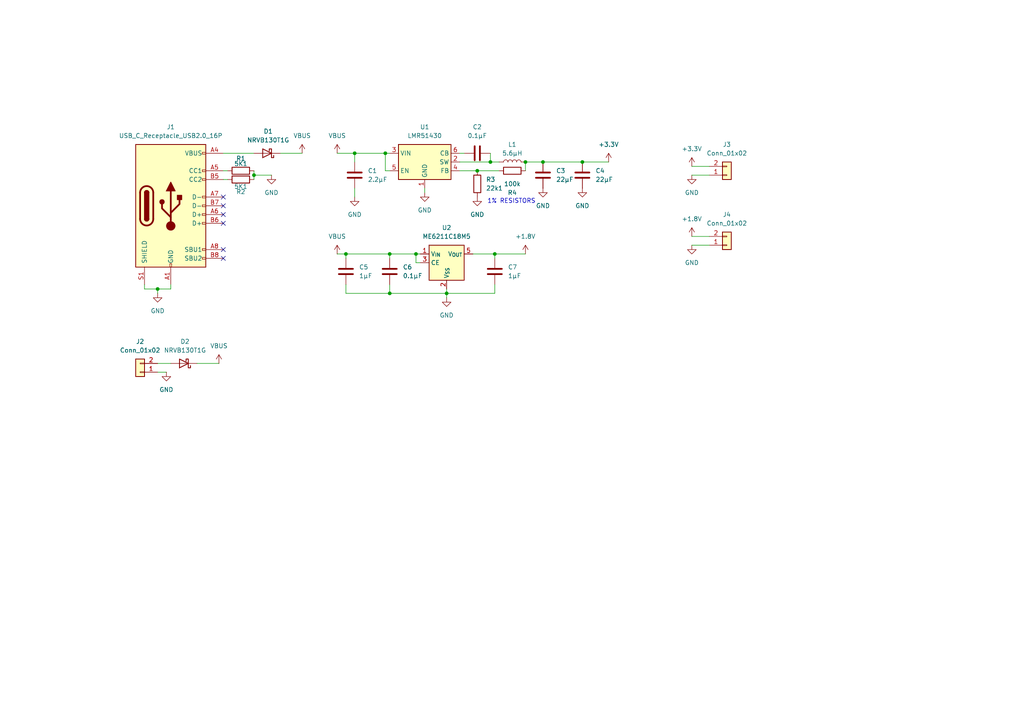
<source format=kicad_sch>
(kicad_sch
	(version 20231120)
	(generator "eeschema")
	(generator_version "8.0")
	(uuid "de75dbde-ec63-4889-b9e6-0ae767ed2382")
	(paper "A4")
	(lib_symbols
		(symbol "Connector:USB_C_Receptacle_USB2.0_16P"
			(pin_names
				(offset 1.016)
			)
			(exclude_from_sim no)
			(in_bom yes)
			(on_board yes)
			(property "Reference" "J"
				(at 0 22.225 0)
				(effects
					(font
						(size 1.27 1.27)
					)
				)
			)
			(property "Value" "USB_C_Receptacle_USB2.0_16P"
				(at 0 19.685 0)
				(effects
					(font
						(size 1.27 1.27)
					)
				)
			)
			(property "Footprint" ""
				(at 3.81 0 0)
				(effects
					(font
						(size 1.27 1.27)
					)
					(hide yes)
				)
			)
			(property "Datasheet" "https://www.usb.org/sites/default/files/documents/usb_type-c.zip"
				(at 3.81 0 0)
				(effects
					(font
						(size 1.27 1.27)
					)
					(hide yes)
				)
			)
			(property "Description" "USB 2.0-only 16P Type-C Receptacle connector"
				(at 0 0 0)
				(effects
					(font
						(size 1.27 1.27)
					)
					(hide yes)
				)
			)
			(property "ki_keywords" "usb universal serial bus type-C USB2.0"
				(at 0 0 0)
				(effects
					(font
						(size 1.27 1.27)
					)
					(hide yes)
				)
			)
			(property "ki_fp_filters" "USB*C*Receptacle*"
				(at 0 0 0)
				(effects
					(font
						(size 1.27 1.27)
					)
					(hide yes)
				)
			)
			(symbol "USB_C_Receptacle_USB2.0_16P_0_0"
				(rectangle
					(start -0.254 -17.78)
					(end 0.254 -16.764)
					(stroke
						(width 0)
						(type default)
					)
					(fill
						(type none)
					)
				)
				(rectangle
					(start 10.16 -14.986)
					(end 9.144 -15.494)
					(stroke
						(width 0)
						(type default)
					)
					(fill
						(type none)
					)
				)
				(rectangle
					(start 10.16 -12.446)
					(end 9.144 -12.954)
					(stroke
						(width 0)
						(type default)
					)
					(fill
						(type none)
					)
				)
				(rectangle
					(start 10.16 -4.826)
					(end 9.144 -5.334)
					(stroke
						(width 0)
						(type default)
					)
					(fill
						(type none)
					)
				)
				(rectangle
					(start 10.16 -2.286)
					(end 9.144 -2.794)
					(stroke
						(width 0)
						(type default)
					)
					(fill
						(type none)
					)
				)
				(rectangle
					(start 10.16 0.254)
					(end 9.144 -0.254)
					(stroke
						(width 0)
						(type default)
					)
					(fill
						(type none)
					)
				)
				(rectangle
					(start 10.16 2.794)
					(end 9.144 2.286)
					(stroke
						(width 0)
						(type default)
					)
					(fill
						(type none)
					)
				)
				(rectangle
					(start 10.16 7.874)
					(end 9.144 7.366)
					(stroke
						(width 0)
						(type default)
					)
					(fill
						(type none)
					)
				)
				(rectangle
					(start 10.16 10.414)
					(end 9.144 9.906)
					(stroke
						(width 0)
						(type default)
					)
					(fill
						(type none)
					)
				)
				(rectangle
					(start 10.16 15.494)
					(end 9.144 14.986)
					(stroke
						(width 0)
						(type default)
					)
					(fill
						(type none)
					)
				)
			)
			(symbol "USB_C_Receptacle_USB2.0_16P_0_1"
				(rectangle
					(start -10.16 17.78)
					(end 10.16 -17.78)
					(stroke
						(width 0.254)
						(type default)
					)
					(fill
						(type background)
					)
				)
				(arc
					(start -8.89 -3.81)
					(mid -6.985 -5.7067)
					(end -5.08 -3.81)
					(stroke
						(width 0.508)
						(type default)
					)
					(fill
						(type none)
					)
				)
				(arc
					(start -7.62 -3.81)
					(mid -6.985 -4.4423)
					(end -6.35 -3.81)
					(stroke
						(width 0.254)
						(type default)
					)
					(fill
						(type none)
					)
				)
				(arc
					(start -7.62 -3.81)
					(mid -6.985 -4.4423)
					(end -6.35 -3.81)
					(stroke
						(width 0.254)
						(type default)
					)
					(fill
						(type outline)
					)
				)
				(rectangle
					(start -7.62 -3.81)
					(end -6.35 3.81)
					(stroke
						(width 0.254)
						(type default)
					)
					(fill
						(type outline)
					)
				)
				(arc
					(start -6.35 3.81)
					(mid -6.985 4.4423)
					(end -7.62 3.81)
					(stroke
						(width 0.254)
						(type default)
					)
					(fill
						(type none)
					)
				)
				(arc
					(start -6.35 3.81)
					(mid -6.985 4.4423)
					(end -7.62 3.81)
					(stroke
						(width 0.254)
						(type default)
					)
					(fill
						(type outline)
					)
				)
				(arc
					(start -5.08 3.81)
					(mid -6.985 5.7067)
					(end -8.89 3.81)
					(stroke
						(width 0.508)
						(type default)
					)
					(fill
						(type none)
					)
				)
				(circle
					(center -2.54 1.143)
					(radius 0.635)
					(stroke
						(width 0.254)
						(type default)
					)
					(fill
						(type outline)
					)
				)
				(circle
					(center 0 -5.842)
					(radius 1.27)
					(stroke
						(width 0)
						(type default)
					)
					(fill
						(type outline)
					)
				)
				(polyline
					(pts
						(xy -8.89 -3.81) (xy -8.89 3.81)
					)
					(stroke
						(width 0.508)
						(type default)
					)
					(fill
						(type none)
					)
				)
				(polyline
					(pts
						(xy -5.08 3.81) (xy -5.08 -3.81)
					)
					(stroke
						(width 0.508)
						(type default)
					)
					(fill
						(type none)
					)
				)
				(polyline
					(pts
						(xy 0 -5.842) (xy 0 4.318)
					)
					(stroke
						(width 0.508)
						(type default)
					)
					(fill
						(type none)
					)
				)
				(polyline
					(pts
						(xy 0 -3.302) (xy -2.54 -0.762) (xy -2.54 0.508)
					)
					(stroke
						(width 0.508)
						(type default)
					)
					(fill
						(type none)
					)
				)
				(polyline
					(pts
						(xy 0 -2.032) (xy 2.54 0.508) (xy 2.54 1.778)
					)
					(stroke
						(width 0.508)
						(type default)
					)
					(fill
						(type none)
					)
				)
				(polyline
					(pts
						(xy -1.27 4.318) (xy 0 6.858) (xy 1.27 4.318) (xy -1.27 4.318)
					)
					(stroke
						(width 0.254)
						(type default)
					)
					(fill
						(type outline)
					)
				)
				(rectangle
					(start 1.905 1.778)
					(end 3.175 3.048)
					(stroke
						(width 0.254)
						(type default)
					)
					(fill
						(type outline)
					)
				)
			)
			(symbol "USB_C_Receptacle_USB2.0_16P_1_1"
				(pin passive line
					(at 0 -22.86 90)
					(length 5.08)
					(name "GND"
						(effects
							(font
								(size 1.27 1.27)
							)
						)
					)
					(number "A1"
						(effects
							(font
								(size 1.27 1.27)
							)
						)
					)
				)
				(pin passive line
					(at 0 -22.86 90)
					(length 5.08) hide
					(name "GND"
						(effects
							(font
								(size 1.27 1.27)
							)
						)
					)
					(number "A12"
						(effects
							(font
								(size 1.27 1.27)
							)
						)
					)
				)
				(pin passive line
					(at 15.24 15.24 180)
					(length 5.08)
					(name "VBUS"
						(effects
							(font
								(size 1.27 1.27)
							)
						)
					)
					(number "A4"
						(effects
							(font
								(size 1.27 1.27)
							)
						)
					)
				)
				(pin bidirectional line
					(at 15.24 10.16 180)
					(length 5.08)
					(name "CC1"
						(effects
							(font
								(size 1.27 1.27)
							)
						)
					)
					(number "A5"
						(effects
							(font
								(size 1.27 1.27)
							)
						)
					)
				)
				(pin bidirectional line
					(at 15.24 -2.54 180)
					(length 5.08)
					(name "D+"
						(effects
							(font
								(size 1.27 1.27)
							)
						)
					)
					(number "A6"
						(effects
							(font
								(size 1.27 1.27)
							)
						)
					)
				)
				(pin bidirectional line
					(at 15.24 2.54 180)
					(length 5.08)
					(name "D-"
						(effects
							(font
								(size 1.27 1.27)
							)
						)
					)
					(number "A7"
						(effects
							(font
								(size 1.27 1.27)
							)
						)
					)
				)
				(pin bidirectional line
					(at 15.24 -12.7 180)
					(length 5.08)
					(name "SBU1"
						(effects
							(font
								(size 1.27 1.27)
							)
						)
					)
					(number "A8"
						(effects
							(font
								(size 1.27 1.27)
							)
						)
					)
				)
				(pin passive line
					(at 15.24 15.24 180)
					(length 5.08) hide
					(name "VBUS"
						(effects
							(font
								(size 1.27 1.27)
							)
						)
					)
					(number "A9"
						(effects
							(font
								(size 1.27 1.27)
							)
						)
					)
				)
				(pin passive line
					(at 0 -22.86 90)
					(length 5.08) hide
					(name "GND"
						(effects
							(font
								(size 1.27 1.27)
							)
						)
					)
					(number "B1"
						(effects
							(font
								(size 1.27 1.27)
							)
						)
					)
				)
				(pin passive line
					(at 0 -22.86 90)
					(length 5.08) hide
					(name "GND"
						(effects
							(font
								(size 1.27 1.27)
							)
						)
					)
					(number "B12"
						(effects
							(font
								(size 1.27 1.27)
							)
						)
					)
				)
				(pin passive line
					(at 15.24 15.24 180)
					(length 5.08) hide
					(name "VBUS"
						(effects
							(font
								(size 1.27 1.27)
							)
						)
					)
					(number "B4"
						(effects
							(font
								(size 1.27 1.27)
							)
						)
					)
				)
				(pin bidirectional line
					(at 15.24 7.62 180)
					(length 5.08)
					(name "CC2"
						(effects
							(font
								(size 1.27 1.27)
							)
						)
					)
					(number "B5"
						(effects
							(font
								(size 1.27 1.27)
							)
						)
					)
				)
				(pin bidirectional line
					(at 15.24 -5.08 180)
					(length 5.08)
					(name "D+"
						(effects
							(font
								(size 1.27 1.27)
							)
						)
					)
					(number "B6"
						(effects
							(font
								(size 1.27 1.27)
							)
						)
					)
				)
				(pin bidirectional line
					(at 15.24 0 180)
					(length 5.08)
					(name "D-"
						(effects
							(font
								(size 1.27 1.27)
							)
						)
					)
					(number "B7"
						(effects
							(font
								(size 1.27 1.27)
							)
						)
					)
				)
				(pin bidirectional line
					(at 15.24 -15.24 180)
					(length 5.08)
					(name "SBU2"
						(effects
							(font
								(size 1.27 1.27)
							)
						)
					)
					(number "B8"
						(effects
							(font
								(size 1.27 1.27)
							)
						)
					)
				)
				(pin passive line
					(at 15.24 15.24 180)
					(length 5.08) hide
					(name "VBUS"
						(effects
							(font
								(size 1.27 1.27)
							)
						)
					)
					(number "B9"
						(effects
							(font
								(size 1.27 1.27)
							)
						)
					)
				)
				(pin passive line
					(at -7.62 -22.86 90)
					(length 5.08)
					(name "SHIELD"
						(effects
							(font
								(size 1.27 1.27)
							)
						)
					)
					(number "S1"
						(effects
							(font
								(size 1.27 1.27)
							)
						)
					)
				)
			)
		)
		(symbol "Device:C"
			(pin_numbers hide)
			(pin_names
				(offset 0.254)
			)
			(exclude_from_sim no)
			(in_bom yes)
			(on_board yes)
			(property "Reference" "C"
				(at 0.635 2.54 0)
				(effects
					(font
						(size 1.27 1.27)
					)
					(justify left)
				)
			)
			(property "Value" "C"
				(at 0.635 -2.54 0)
				(effects
					(font
						(size 1.27 1.27)
					)
					(justify left)
				)
			)
			(property "Footprint" ""
				(at 0.9652 -3.81 0)
				(effects
					(font
						(size 1.27 1.27)
					)
					(hide yes)
				)
			)
			(property "Datasheet" "~"
				(at 0 0 0)
				(effects
					(font
						(size 1.27 1.27)
					)
					(hide yes)
				)
			)
			(property "Description" "Unpolarized capacitor"
				(at 0 0 0)
				(effects
					(font
						(size 1.27 1.27)
					)
					(hide yes)
				)
			)
			(property "ki_keywords" "cap capacitor"
				(at 0 0 0)
				(effects
					(font
						(size 1.27 1.27)
					)
					(hide yes)
				)
			)
			(property "ki_fp_filters" "C_*"
				(at 0 0 0)
				(effects
					(font
						(size 1.27 1.27)
					)
					(hide yes)
				)
			)
			(symbol "C_0_1"
				(polyline
					(pts
						(xy -2.032 -0.762) (xy 2.032 -0.762)
					)
					(stroke
						(width 0.508)
						(type default)
					)
					(fill
						(type none)
					)
				)
				(polyline
					(pts
						(xy -2.032 0.762) (xy 2.032 0.762)
					)
					(stroke
						(width 0.508)
						(type default)
					)
					(fill
						(type none)
					)
				)
			)
			(symbol "C_1_1"
				(pin passive line
					(at 0 3.81 270)
					(length 2.794)
					(name "~"
						(effects
							(font
								(size 1.27 1.27)
							)
						)
					)
					(number "1"
						(effects
							(font
								(size 1.27 1.27)
							)
						)
					)
				)
				(pin passive line
					(at 0 -3.81 90)
					(length 2.794)
					(name "~"
						(effects
							(font
								(size 1.27 1.27)
							)
						)
					)
					(number "2"
						(effects
							(font
								(size 1.27 1.27)
							)
						)
					)
				)
			)
		)
		(symbol "Device:D_Schottky"
			(pin_numbers hide)
			(pin_names
				(offset 1.016) hide)
			(exclude_from_sim no)
			(in_bom yes)
			(on_board yes)
			(property "Reference" "D"
				(at 0 2.54 0)
				(effects
					(font
						(size 1.27 1.27)
					)
				)
			)
			(property "Value" "D_Schottky"
				(at 0 -2.54 0)
				(effects
					(font
						(size 1.27 1.27)
					)
				)
			)
			(property "Footprint" ""
				(at 0 0 0)
				(effects
					(font
						(size 1.27 1.27)
					)
					(hide yes)
				)
			)
			(property "Datasheet" "~"
				(at 0 0 0)
				(effects
					(font
						(size 1.27 1.27)
					)
					(hide yes)
				)
			)
			(property "Description" "Schottky diode"
				(at 0 0 0)
				(effects
					(font
						(size 1.27 1.27)
					)
					(hide yes)
				)
			)
			(property "ki_keywords" "diode Schottky"
				(at 0 0 0)
				(effects
					(font
						(size 1.27 1.27)
					)
					(hide yes)
				)
			)
			(property "ki_fp_filters" "TO-???* *_Diode_* *SingleDiode* D_*"
				(at 0 0 0)
				(effects
					(font
						(size 1.27 1.27)
					)
					(hide yes)
				)
			)
			(symbol "D_Schottky_0_1"
				(polyline
					(pts
						(xy 1.27 0) (xy -1.27 0)
					)
					(stroke
						(width 0)
						(type default)
					)
					(fill
						(type none)
					)
				)
				(polyline
					(pts
						(xy 1.27 1.27) (xy 1.27 -1.27) (xy -1.27 0) (xy 1.27 1.27)
					)
					(stroke
						(width 0.254)
						(type default)
					)
					(fill
						(type none)
					)
				)
				(polyline
					(pts
						(xy -1.905 0.635) (xy -1.905 1.27) (xy -1.27 1.27) (xy -1.27 -1.27) (xy -0.635 -1.27) (xy -0.635 -0.635)
					)
					(stroke
						(width 0.254)
						(type default)
					)
					(fill
						(type none)
					)
				)
			)
			(symbol "D_Schottky_1_1"
				(pin passive line
					(at -3.81 0 0)
					(length 2.54)
					(name "K"
						(effects
							(font
								(size 1.27 1.27)
							)
						)
					)
					(number "1"
						(effects
							(font
								(size 1.27 1.27)
							)
						)
					)
				)
				(pin passive line
					(at 3.81 0 180)
					(length 2.54)
					(name "A"
						(effects
							(font
								(size 1.27 1.27)
							)
						)
					)
					(number "2"
						(effects
							(font
								(size 1.27 1.27)
							)
						)
					)
				)
			)
		)
		(symbol "Device:L"
			(pin_numbers hide)
			(pin_names
				(offset 1.016) hide)
			(exclude_from_sim no)
			(in_bom yes)
			(on_board yes)
			(property "Reference" "L"
				(at -1.27 0 90)
				(effects
					(font
						(size 1.27 1.27)
					)
				)
			)
			(property "Value" "L"
				(at 1.905 0 90)
				(effects
					(font
						(size 1.27 1.27)
					)
				)
			)
			(property "Footprint" ""
				(at 0 0 0)
				(effects
					(font
						(size 1.27 1.27)
					)
					(hide yes)
				)
			)
			(property "Datasheet" "~"
				(at 0 0 0)
				(effects
					(font
						(size 1.27 1.27)
					)
					(hide yes)
				)
			)
			(property "Description" "Inductor"
				(at 0 0 0)
				(effects
					(font
						(size 1.27 1.27)
					)
					(hide yes)
				)
			)
			(property "ki_keywords" "inductor choke coil reactor magnetic"
				(at 0 0 0)
				(effects
					(font
						(size 1.27 1.27)
					)
					(hide yes)
				)
			)
			(property "ki_fp_filters" "Choke_* *Coil* Inductor_* L_*"
				(at 0 0 0)
				(effects
					(font
						(size 1.27 1.27)
					)
					(hide yes)
				)
			)
			(symbol "L_0_1"
				(arc
					(start 0 -2.54)
					(mid 0.6323 -1.905)
					(end 0 -1.27)
					(stroke
						(width 0)
						(type default)
					)
					(fill
						(type none)
					)
				)
				(arc
					(start 0 -1.27)
					(mid 0.6323 -0.635)
					(end 0 0)
					(stroke
						(width 0)
						(type default)
					)
					(fill
						(type none)
					)
				)
				(arc
					(start 0 0)
					(mid 0.6323 0.635)
					(end 0 1.27)
					(stroke
						(width 0)
						(type default)
					)
					(fill
						(type none)
					)
				)
				(arc
					(start 0 1.27)
					(mid 0.6323 1.905)
					(end 0 2.54)
					(stroke
						(width 0)
						(type default)
					)
					(fill
						(type none)
					)
				)
			)
			(symbol "L_1_1"
				(pin passive line
					(at 0 3.81 270)
					(length 1.27)
					(name "1"
						(effects
							(font
								(size 1.27 1.27)
							)
						)
					)
					(number "1"
						(effects
							(font
								(size 1.27 1.27)
							)
						)
					)
				)
				(pin passive line
					(at 0 -3.81 90)
					(length 1.27)
					(name "2"
						(effects
							(font
								(size 1.27 1.27)
							)
						)
					)
					(number "2"
						(effects
							(font
								(size 1.27 1.27)
							)
						)
					)
				)
			)
		)
		(symbol "Device:R"
			(pin_numbers hide)
			(pin_names
				(offset 0)
			)
			(exclude_from_sim no)
			(in_bom yes)
			(on_board yes)
			(property "Reference" "R"
				(at 2.032 0 90)
				(effects
					(font
						(size 1.27 1.27)
					)
				)
			)
			(property "Value" "R"
				(at 0 0 90)
				(effects
					(font
						(size 1.27 1.27)
					)
				)
			)
			(property "Footprint" ""
				(at -1.778 0 90)
				(effects
					(font
						(size 1.27 1.27)
					)
					(hide yes)
				)
			)
			(property "Datasheet" "~"
				(at 0 0 0)
				(effects
					(font
						(size 1.27 1.27)
					)
					(hide yes)
				)
			)
			(property "Description" "Resistor"
				(at 0 0 0)
				(effects
					(font
						(size 1.27 1.27)
					)
					(hide yes)
				)
			)
			(property "ki_keywords" "R res resistor"
				(at 0 0 0)
				(effects
					(font
						(size 1.27 1.27)
					)
					(hide yes)
				)
			)
			(property "ki_fp_filters" "R_*"
				(at 0 0 0)
				(effects
					(font
						(size 1.27 1.27)
					)
					(hide yes)
				)
			)
			(symbol "R_0_1"
				(rectangle
					(start -1.016 -2.54)
					(end 1.016 2.54)
					(stroke
						(width 0.254)
						(type default)
					)
					(fill
						(type none)
					)
				)
			)
			(symbol "R_1_1"
				(pin passive line
					(at 0 3.81 270)
					(length 1.27)
					(name "~"
						(effects
							(font
								(size 1.27 1.27)
							)
						)
					)
					(number "1"
						(effects
							(font
								(size 1.27 1.27)
							)
						)
					)
				)
				(pin passive line
					(at 0 -3.81 90)
					(length 1.27)
					(name "~"
						(effects
							(font
								(size 1.27 1.27)
							)
						)
					)
					(number "2"
						(effects
							(font
								(size 1.27 1.27)
							)
						)
					)
				)
			)
		)
		(symbol "PCM_4ms_Connector:Conn_01x02"
			(pin_names
				(offset 1.016) hide)
			(exclude_from_sim no)
			(in_bom yes)
			(on_board yes)
			(property "Reference" "J"
				(at 0 2.54 0)
				(effects
					(font
						(size 1.27 1.27)
					)
				)
			)
			(property "Value" "Conn_01x02"
				(at 0 -5.08 0)
				(effects
					(font
						(size 1.27 1.27)
					)
				)
			)
			(property "Footprint" "4ms_Connector:Pins_1x02_2.54mm_TH"
				(at -0.635 4.445 0)
				(effects
					(font
						(size 1.27 1.27)
					)
					(hide yes)
				)
			)
			(property "Datasheet" ""
				(at 0 0 0)
				(effects
					(font
						(size 1.27 1.27)
					)
					(hide yes)
				)
			)
			(property "Description" "HEADER 1x2 MALE PINS 0.100” 180deg"
				(at 0 0 0)
				(effects
					(font
						(size 1.27 1.27)
					)
					(hide yes)
				)
			)
			(property "Specifications" "Pins_01x02, Header, Male Pins, 1*2, spacing 2.54mm, straight pin"
				(at -2.54 -7.874 0)
				(effects
					(font
						(size 1.27 1.27)
					)
					(justify left)
					(hide yes)
				)
			)
			(property "Manufacturer" "TAD"
				(at -2.54 -9.398 0)
				(effects
					(font
						(size 1.27 1.27)
					)
					(justify left)
					(hide yes)
				)
			)
			(property "Part Number" "1-0201FBV0T"
				(at -2.54 -10.922 0)
				(effects
					(font
						(size 1.27 1.27)
					)
					(justify left)
					(hide yes)
				)
			)
			(property "ki_keywords" "Conn_01x02"
				(at 0 0 0)
				(effects
					(font
						(size 1.27 1.27)
					)
					(hide yes)
				)
			)
			(property "ki_fp_filters" "Connector*:*_??x*mm* Connector*:*1x??x*mm* Pin?Header?Straight?1X* Pin?Header?Angled?1X* Socket?Strip?Straight?1X* Socket?Strip?Angled?1X*"
				(at 0 0 0)
				(effects
					(font
						(size 1.27 1.27)
					)
					(hide yes)
				)
			)
			(symbol "Conn_01x02_1_1"
				(rectangle
					(start -1.27 -2.413)
					(end 0 -2.667)
					(stroke
						(width 0.1524)
						(type default)
					)
					(fill
						(type none)
					)
				)
				(rectangle
					(start -1.27 0.127)
					(end 0 -0.127)
					(stroke
						(width 0.1524)
						(type default)
					)
					(fill
						(type none)
					)
				)
				(rectangle
					(start -1.27 1.27)
					(end 1.27 -3.81)
					(stroke
						(width 0.254)
						(type default)
					)
					(fill
						(type background)
					)
				)
				(pin passive line
					(at -5.08 0 0)
					(length 3.81)
					(name "Pin_1"
						(effects
							(font
								(size 1.27 1.27)
							)
						)
					)
					(number "1"
						(effects
							(font
								(size 1.27 1.27)
							)
						)
					)
				)
				(pin passive line
					(at -5.08 -2.54 0)
					(length 3.81)
					(name "Pin_2"
						(effects
							(font
								(size 1.27 1.27)
							)
						)
					)
					(number "2"
						(effects
							(font
								(size 1.27 1.27)
							)
						)
					)
				)
			)
		)
		(symbol "PCM_4ms_Power-symbol:+3.3V"
			(power)
			(pin_names
				(offset 0)
			)
			(exclude_from_sim no)
			(in_bom yes)
			(on_board yes)
			(property "Reference" "#PWR"
				(at 0 -3.81 0)
				(effects
					(font
						(size 1.27 1.27)
					)
					(hide yes)
				)
			)
			(property "Value" "+3.3V"
				(at 0 3.556 0)
				(effects
					(font
						(size 1.27 1.27)
					)
				)
			)
			(property "Footprint" ""
				(at 0 0 0)
				(effects
					(font
						(size 1.27 1.27)
					)
					(hide yes)
				)
			)
			(property "Datasheet" ""
				(at 0 0 0)
				(effects
					(font
						(size 1.27 1.27)
					)
					(hide yes)
				)
			)
			(property "Description" ""
				(at 0 0 0)
				(effects
					(font
						(size 1.27 1.27)
					)
					(hide yes)
				)
			)
			(symbol "+3.3V_0_1"
				(polyline
					(pts
						(xy -0.762 1.27) (xy 0 2.54)
					)
					(stroke
						(width 0)
						(type default)
					)
					(fill
						(type none)
					)
				)
				(polyline
					(pts
						(xy 0 0) (xy 0 2.54)
					)
					(stroke
						(width 0)
						(type default)
					)
					(fill
						(type none)
					)
				)
				(polyline
					(pts
						(xy 0 2.54) (xy 0.762 1.27)
					)
					(stroke
						(width 0)
						(type default)
					)
					(fill
						(type none)
					)
				)
			)
			(symbol "+3.3V_1_1"
				(pin power_in line
					(at 0 0 90)
					(length 0) hide
					(name "+3V3"
						(effects
							(font
								(size 1.27 1.27)
							)
						)
					)
					(number "1"
						(effects
							(font
								(size 1.27 1.27)
							)
						)
					)
				)
			)
		)
		(symbol "Regulator_Linear:ME6211C18M5"
			(exclude_from_sim no)
			(in_bom yes)
			(on_board yes)
			(property "Reference" "U"
				(at -4.572 6.35 0)
				(effects
					(font
						(size 1.27 1.27)
					)
				)
			)
			(property "Value" "ME6211C18M5"
				(at 10.16 8.636 0)
				(effects
					(font
						(size 1.27 1.27)
					)
				)
			)
			(property "Footprint" "Package_TO_SOT_SMD:SOT-23-5"
				(at -0.508 -13.462 0)
				(effects
					(font
						(size 1.27 1.27)
					)
					(hide yes)
				)
			)
			(property "Datasheet" "https://www.lcsc.com/datasheet/lcsc_datasheet_2304140030_MICRONE-Nanjing-Micro-One-Elec-ME6211C33R5G_C235316.pdf"
				(at 0.254 -17.018 0)
				(effects
					(font
						(size 1.27 1.27)
					)
					(hide yes)
				)
			)
			(property "Description" "300mA low dropout linear regulator, shutdown pin, 6.5V max input voltage, 1.8V fixed positive output, SOT-23-5"
				(at 1.778 -15.24 0)
				(effects
					(font
						(size 1.27 1.27)
					)
					(hide yes)
				)
			)
			(property "ki_keywords" "linear regulator ldo fixed positive"
				(at 0 0 0)
				(effects
					(font
						(size 1.27 1.27)
					)
					(hide yes)
				)
			)
			(property "ki_fp_filters" "SOT?23?5*"
				(at 0 0 0)
				(effects
					(font
						(size 1.27 1.27)
					)
					(hide yes)
				)
			)
			(symbol "ME6211C18M5_1_1"
				(rectangle
					(start -5.08 5.08)
					(end 5.08 -5.08)
					(stroke
						(width 0.254)
						(type default)
					)
					(fill
						(type background)
					)
				)
				(pin power_in line
					(at -7.62 2.54 0)
					(length 2.54)
					(name "V_{IN}"
						(effects
							(font
								(size 1.27 1.27)
							)
						)
					)
					(number "1"
						(effects
							(font
								(size 1.27 1.27)
							)
						)
					)
				)
				(pin power_in line
					(at 0 -7.62 90)
					(length 2.54)
					(name "V_{SS}"
						(effects
							(font
								(size 1.27 1.27)
							)
						)
					)
					(number "2"
						(effects
							(font
								(size 1.27 1.27)
							)
						)
					)
				)
				(pin input line
					(at -7.62 0 0)
					(length 2.54)
					(name "CE"
						(effects
							(font
								(size 1.27 1.27)
							)
						)
					)
					(number "3"
						(effects
							(font
								(size 1.27 1.27)
							)
						)
					)
				)
				(pin no_connect line
					(at 5.08 0 180)
					(length 2.54) hide
					(name "NC"
						(effects
							(font
								(size 1.27 1.27)
							)
						)
					)
					(number "4"
						(effects
							(font
								(size 1.27 1.27)
							)
						)
					)
				)
				(pin power_out line
					(at 7.62 2.54 180)
					(length 2.54)
					(name "V_{OUT}"
						(effects
							(font
								(size 1.27 1.27)
							)
						)
					)
					(number "5"
						(effects
							(font
								(size 1.27 1.27)
							)
						)
					)
				)
			)
		)
		(symbol "Regulator_Switching:LMR51430"
			(exclude_from_sim no)
			(in_bom yes)
			(on_board yes)
			(property "Reference" "U"
				(at -7.62 6.35 0)
				(effects
					(font
						(size 1.27 1.27)
					)
					(justify left)
				)
			)
			(property "Value" "LMR51430"
				(at 0 6.35 0)
				(effects
					(font
						(size 1.27 1.27)
					)
					(justify left)
				)
			)
			(property "Footprint" "Package_TO_SOT_SMD:SOT-23-6"
				(at 1.27 -8.89 0)
				(effects
					(font
						(size 1.27 1.27)
					)
					(justify left)
					(hide yes)
				)
			)
			(property "Datasheet" "https://www.ti.com/lit/ds/symlink/lmr51430.pdf"
				(at 1.27 -11.43 0)
				(effects
					(font
						(size 1.27 1.27)
					)
					(justify left)
					(hide yes)
				)
			)
			(property "Description" "4.5-V to 36-V, 3-A synchronous buck converter with 40-µA IQ, SOT-23-6"
				(at 0 0 0)
				(effects
					(font
						(size 1.27 1.27)
					)
					(hide yes)
				)
			)
			(property "ki_keywords" "switching buck converter power-supply voltage regulator"
				(at 0 0 0)
				(effects
					(font
						(size 1.27 1.27)
					)
					(hide yes)
				)
			)
			(property "ki_fp_filters" "SOT?23*"
				(at 0 0 0)
				(effects
					(font
						(size 1.27 1.27)
					)
					(hide yes)
				)
			)
			(symbol "LMR51430_0_1"
				(rectangle
					(start -7.62 5.08)
					(end 7.62 -5.08)
					(stroke
						(width 0.254)
						(type default)
					)
					(fill
						(type background)
					)
				)
			)
			(symbol "LMR51430_1_1"
				(pin power_in line
					(at 0 -7.62 90)
					(length 2.54)
					(name "GND"
						(effects
							(font
								(size 1.27 1.27)
							)
						)
					)
					(number "1"
						(effects
							(font
								(size 1.27 1.27)
							)
						)
					)
				)
				(pin power_out line
					(at 10.16 0 180)
					(length 2.54)
					(name "SW"
						(effects
							(font
								(size 1.27 1.27)
							)
						)
					)
					(number "2"
						(effects
							(font
								(size 1.27 1.27)
							)
						)
					)
				)
				(pin power_in line
					(at -10.16 2.54 0)
					(length 2.54)
					(name "VIN"
						(effects
							(font
								(size 1.27 1.27)
							)
						)
					)
					(number "3"
						(effects
							(font
								(size 1.27 1.27)
							)
						)
					)
				)
				(pin input line
					(at 10.16 -2.54 180)
					(length 2.54)
					(name "FB"
						(effects
							(font
								(size 1.27 1.27)
							)
						)
					)
					(number "4"
						(effects
							(font
								(size 1.27 1.27)
							)
						)
					)
				)
				(pin input line
					(at -10.16 -2.54 0)
					(length 2.54)
					(name "EN"
						(effects
							(font
								(size 1.27 1.27)
							)
						)
					)
					(number "5"
						(effects
							(font
								(size 1.27 1.27)
							)
						)
					)
				)
				(pin passive line
					(at 10.16 2.54 180)
					(length 2.54)
					(name "CB"
						(effects
							(font
								(size 1.27 1.27)
							)
						)
					)
					(number "6"
						(effects
							(font
								(size 1.27 1.27)
							)
						)
					)
				)
			)
		)
		(symbol "power:GND"
			(power)
			(pin_numbers hide)
			(pin_names
				(offset 0) hide)
			(exclude_from_sim no)
			(in_bom yes)
			(on_board yes)
			(property "Reference" "#PWR"
				(at 0 -6.35 0)
				(effects
					(font
						(size 1.27 1.27)
					)
					(hide yes)
				)
			)
			(property "Value" "GND"
				(at 0 -3.81 0)
				(effects
					(font
						(size 1.27 1.27)
					)
				)
			)
			(property "Footprint" ""
				(at 0 0 0)
				(effects
					(font
						(size 1.27 1.27)
					)
					(hide yes)
				)
			)
			(property "Datasheet" ""
				(at 0 0 0)
				(effects
					(font
						(size 1.27 1.27)
					)
					(hide yes)
				)
			)
			(property "Description" "Power symbol creates a global label with name \"GND\" , ground"
				(at 0 0 0)
				(effects
					(font
						(size 1.27 1.27)
					)
					(hide yes)
				)
			)
			(property "ki_keywords" "global power"
				(at 0 0 0)
				(effects
					(font
						(size 1.27 1.27)
					)
					(hide yes)
				)
			)
			(symbol "GND_0_1"
				(polyline
					(pts
						(xy 0 0) (xy 0 -1.27) (xy 1.27 -1.27) (xy 0 -2.54) (xy -1.27 -1.27) (xy 0 -1.27)
					)
					(stroke
						(width 0)
						(type default)
					)
					(fill
						(type none)
					)
				)
			)
			(symbol "GND_1_1"
				(pin power_in line
					(at 0 0 270)
					(length 0)
					(name "~"
						(effects
							(font
								(size 1.27 1.27)
							)
						)
					)
					(number "1"
						(effects
							(font
								(size 1.27 1.27)
							)
						)
					)
				)
			)
		)
		(symbol "power:VBUS"
			(power)
			(pin_numbers hide)
			(pin_names
				(offset 0) hide)
			(exclude_from_sim no)
			(in_bom yes)
			(on_board yes)
			(property "Reference" "#PWR"
				(at 0 -3.81 0)
				(effects
					(font
						(size 1.27 1.27)
					)
					(hide yes)
				)
			)
			(property "Value" "VBUS"
				(at 0 3.556 0)
				(effects
					(font
						(size 1.27 1.27)
					)
				)
			)
			(property "Footprint" ""
				(at 0 0 0)
				(effects
					(font
						(size 1.27 1.27)
					)
					(hide yes)
				)
			)
			(property "Datasheet" ""
				(at 0 0 0)
				(effects
					(font
						(size 1.27 1.27)
					)
					(hide yes)
				)
			)
			(property "Description" "Power symbol creates a global label with name \"VBUS\""
				(at 0 0 0)
				(effects
					(font
						(size 1.27 1.27)
					)
					(hide yes)
				)
			)
			(property "ki_keywords" "global power"
				(at 0 0 0)
				(effects
					(font
						(size 1.27 1.27)
					)
					(hide yes)
				)
			)
			(symbol "VBUS_0_1"
				(polyline
					(pts
						(xy -0.762 1.27) (xy 0 2.54)
					)
					(stroke
						(width 0)
						(type default)
					)
					(fill
						(type none)
					)
				)
				(polyline
					(pts
						(xy 0 0) (xy 0 2.54)
					)
					(stroke
						(width 0)
						(type default)
					)
					(fill
						(type none)
					)
				)
				(polyline
					(pts
						(xy 0 2.54) (xy 0.762 1.27)
					)
					(stroke
						(width 0)
						(type default)
					)
					(fill
						(type none)
					)
				)
			)
			(symbol "VBUS_1_1"
				(pin power_in line
					(at 0 0 90)
					(length 0)
					(name "~"
						(effects
							(font
								(size 1.27 1.27)
							)
						)
					)
					(number "1"
						(effects
							(font
								(size 1.27 1.27)
							)
						)
					)
				)
			)
		)
	)
	(junction
		(at 157.48 46.99)
		(diameter 0)
		(color 0 0 0 0)
		(uuid "077509c4-9d06-4621-80fa-09e72f9412d4")
	)
	(junction
		(at 142.24 46.99)
		(diameter 0)
		(color 0 0 0 0)
		(uuid "16c64051-b1fb-4ce2-b05b-69430cfcade5")
	)
	(junction
		(at 138.43 49.53)
		(diameter 0)
		(color 0 0 0 0)
		(uuid "2f1436f3-c4bf-40d3-96a6-bd335617e82e")
	)
	(junction
		(at 113.03 73.66)
		(diameter 0)
		(color 0 0 0 0)
		(uuid "3995df52-a68a-460a-be93-6d896e8ad530")
	)
	(junction
		(at 129.54 85.09)
		(diameter 0)
		(color 0 0 0 0)
		(uuid "5a1d130e-c3db-4b28-8c03-6a3231113d32")
	)
	(junction
		(at 152.4 46.99)
		(diameter 0)
		(color 0 0 0 0)
		(uuid "6a271ad3-1104-4c44-aa0f-da8029510d66")
	)
	(junction
		(at 111.76 44.45)
		(diameter 0)
		(color 0 0 0 0)
		(uuid "6f87066f-8251-4940-9c35-3aadee92feb4")
	)
	(junction
		(at 100.33 73.66)
		(diameter 0)
		(color 0 0 0 0)
		(uuid "7ff6a0e4-6d91-44b0-8347-870d12d86bdb")
	)
	(junction
		(at 45.72 83.82)
		(diameter 0)
		(color 0 0 0 0)
		(uuid "8f97c40c-4352-4617-ad24-b200967943dc")
	)
	(junction
		(at 168.91 46.99)
		(diameter 0)
		(color 0 0 0 0)
		(uuid "aeab16d5-63a3-4bf3-8686-185143e8a306")
	)
	(junction
		(at 120.65 73.66)
		(diameter 0)
		(color 0 0 0 0)
		(uuid "b7254fe4-596f-4a70-b9e6-a5ac304d914e")
	)
	(junction
		(at 113.03 85.09)
		(diameter 0)
		(color 0 0 0 0)
		(uuid "c054bf70-95f7-4a00-a375-30f6fef27839")
	)
	(junction
		(at 73.66 50.8)
		(diameter 0)
		(color 0 0 0 0)
		(uuid "c4796096-e4b3-4d1c-a8d9-a48cb20b2fca")
	)
	(junction
		(at 102.87 44.45)
		(diameter 0)
		(color 0 0 0 0)
		(uuid "ca92b8de-b9ab-4926-9ed4-dc0da104df8a")
	)
	(junction
		(at 143.51 73.66)
		(diameter 0)
		(color 0 0 0 0)
		(uuid "f84b55f0-b4fa-49a1-bffc-bce475028651")
	)
	(no_connect
		(at 64.77 64.77)
		(uuid "01d38a69-4020-4a0b-a5be-89d0377c536e")
	)
	(no_connect
		(at 64.77 74.93)
		(uuid "7110c41a-a4e6-4c13-a93d-e095224ca603")
	)
	(no_connect
		(at 64.77 59.69)
		(uuid "746969da-28f0-450c-8abf-3b4c24631fe8")
	)
	(no_connect
		(at 64.77 62.23)
		(uuid "a8316ba9-0f9e-4f3a-8c7a-fc627b1742b4")
	)
	(no_connect
		(at 64.77 57.15)
		(uuid "bf26c506-7ef5-4f8d-a277-69a4058110ac")
	)
	(no_connect
		(at 64.77 72.39)
		(uuid "edd305b8-b5ea-41c9-8b05-a5a72b0eeed8")
	)
	(wire
		(pts
			(xy 41.91 83.82) (xy 45.72 83.82)
		)
		(stroke
			(width 0)
			(type default)
		)
		(uuid "0804aacc-f0ab-47a5-828b-8f22994f7b07")
	)
	(wire
		(pts
			(xy 152.4 46.99) (xy 152.4 49.53)
		)
		(stroke
			(width 0)
			(type default)
		)
		(uuid "0b72be10-8fea-4d4a-93af-8da636601383")
	)
	(wire
		(pts
			(xy 123.19 54.61) (xy 123.19 55.88)
		)
		(stroke
			(width 0)
			(type default)
		)
		(uuid "11b26b04-8cbd-4076-8fd1-45a6aa10bd5e")
	)
	(wire
		(pts
			(xy 64.77 49.53) (xy 66.04 49.53)
		)
		(stroke
			(width 0)
			(type default)
		)
		(uuid "167db4b1-077c-4211-a832-1ceac52a85a2")
	)
	(wire
		(pts
			(xy 205.74 68.58) (xy 200.66 68.58)
		)
		(stroke
			(width 0)
			(type default)
		)
		(uuid "1e64d88b-7c88-4185-adf1-ccd3f004a3fd")
	)
	(wire
		(pts
			(xy 100.33 85.09) (xy 113.03 85.09)
		)
		(stroke
			(width 0)
			(type default)
		)
		(uuid "22d76d38-0d6b-4f32-8257-698deccec04d")
	)
	(wire
		(pts
			(xy 152.4 46.99) (xy 157.48 46.99)
		)
		(stroke
			(width 0)
			(type default)
		)
		(uuid "26d1d4cb-263c-4259-b9b2-eb5a8b6d0668")
	)
	(wire
		(pts
			(xy 45.72 105.41) (xy 49.53 105.41)
		)
		(stroke
			(width 0)
			(type default)
		)
		(uuid "275183e7-0846-437e-a7c9-c2c03dc16600")
	)
	(wire
		(pts
			(xy 129.54 85.09) (xy 129.54 83.82)
		)
		(stroke
			(width 0)
			(type default)
		)
		(uuid "290c9d96-fa02-4eed-b436-e618ff055b0f")
	)
	(wire
		(pts
			(xy 113.03 82.55) (xy 113.03 85.09)
		)
		(stroke
			(width 0)
			(type default)
		)
		(uuid "2bd4bea1-bc51-4aa7-b15c-8ff316039021")
	)
	(wire
		(pts
			(xy 120.65 73.66) (xy 121.92 73.66)
		)
		(stroke
			(width 0)
			(type default)
		)
		(uuid "30b08be4-f126-4c8f-b486-eb16e75505c0")
	)
	(wire
		(pts
			(xy 97.79 73.66) (xy 100.33 73.66)
		)
		(stroke
			(width 0)
			(type default)
		)
		(uuid "32caa163-5dfa-4f6d-b794-5ab0fd1ce489")
	)
	(wire
		(pts
			(xy 133.35 49.53) (xy 138.43 49.53)
		)
		(stroke
			(width 0)
			(type default)
		)
		(uuid "3817916c-80cc-4ce8-8db6-9e538305084d")
	)
	(wire
		(pts
			(xy 100.33 85.09) (xy 100.33 82.55)
		)
		(stroke
			(width 0)
			(type default)
		)
		(uuid "391b8576-477c-4975-8fc3-bf47c4d9ee7b")
	)
	(wire
		(pts
			(xy 200.66 48.26) (xy 205.74 48.26)
		)
		(stroke
			(width 0)
			(type default)
		)
		(uuid "3d7988d1-2920-411c-8a6c-74f207c5cadc")
	)
	(wire
		(pts
			(xy 100.33 73.66) (xy 100.33 74.93)
		)
		(stroke
			(width 0)
			(type default)
		)
		(uuid "3dd705f7-6a9a-43c7-b914-ee42daf33b95")
	)
	(wire
		(pts
			(xy 113.03 73.66) (xy 113.03 74.93)
		)
		(stroke
			(width 0)
			(type default)
		)
		(uuid "42a02456-a782-447b-9cbc-f7b43c9c85f7")
	)
	(wire
		(pts
			(xy 45.72 107.95) (xy 48.26 107.95)
		)
		(stroke
			(width 0)
			(type default)
		)
		(uuid "43450479-b9d4-4c2f-b7fc-bc4c5d3b37d4")
	)
	(wire
		(pts
			(xy 64.77 44.45) (xy 73.66 44.45)
		)
		(stroke
			(width 0)
			(type default)
		)
		(uuid "43d22155-1276-4865-b79b-632afd289ef1")
	)
	(wire
		(pts
			(xy 111.76 44.45) (xy 111.76 49.53)
		)
		(stroke
			(width 0)
			(type default)
		)
		(uuid "44b05ecd-e68a-4b60-8690-96084cadff75")
	)
	(wire
		(pts
			(xy 138.43 49.53) (xy 144.78 49.53)
		)
		(stroke
			(width 0)
			(type default)
		)
		(uuid "4633000c-fa0a-4049-987d-cc3b221d215e")
	)
	(wire
		(pts
			(xy 78.74 50.8) (xy 73.66 50.8)
		)
		(stroke
			(width 0)
			(type default)
		)
		(uuid "51556a13-fe17-49ac-a048-75b8fb625ce2")
	)
	(wire
		(pts
			(xy 102.87 44.45) (xy 102.87 46.99)
		)
		(stroke
			(width 0)
			(type default)
		)
		(uuid "52661644-2160-4678-9ef5-e246d0d9a5f6")
	)
	(wire
		(pts
			(xy 142.24 44.45) (xy 142.24 46.99)
		)
		(stroke
			(width 0)
			(type default)
		)
		(uuid "544defa0-88f4-4203-a988-9330dd1bbbca")
	)
	(wire
		(pts
			(xy 97.79 44.45) (xy 102.87 44.45)
		)
		(stroke
			(width 0)
			(type default)
		)
		(uuid "578c48a6-9d79-4d1c-887f-c788d4d22e64")
	)
	(wire
		(pts
			(xy 102.87 54.61) (xy 102.87 57.15)
		)
		(stroke
			(width 0)
			(type default)
		)
		(uuid "58cc36bd-a4ad-4859-a88b-671e9c096dea")
	)
	(wire
		(pts
			(xy 205.74 50.8) (xy 200.66 50.8)
		)
		(stroke
			(width 0)
			(type default)
		)
		(uuid "62c2f5e9-1178-42e9-b821-c63e9f6bed78")
	)
	(wire
		(pts
			(xy 121.92 76.2) (xy 120.65 76.2)
		)
		(stroke
			(width 0)
			(type default)
		)
		(uuid "63f3f26a-939e-4c77-a7c4-8d05a4ebe5ee")
	)
	(wire
		(pts
			(xy 49.53 83.82) (xy 49.53 82.55)
		)
		(stroke
			(width 0)
			(type default)
		)
		(uuid "7a53fc95-f11a-4546-a11c-3e74bd3c2301")
	)
	(wire
		(pts
			(xy 133.35 44.45) (xy 134.62 44.45)
		)
		(stroke
			(width 0)
			(type default)
		)
		(uuid "7b8e80f3-bd54-4f9d-8ea0-a3b20f3f9907")
	)
	(wire
		(pts
			(xy 113.03 73.66) (xy 120.65 73.66)
		)
		(stroke
			(width 0)
			(type default)
		)
		(uuid "7bd5028d-be59-4dc5-b023-8fb944e46c27")
	)
	(wire
		(pts
			(xy 111.76 44.45) (xy 113.03 44.45)
		)
		(stroke
			(width 0)
			(type default)
		)
		(uuid "9139acb9-3d46-4323-a7ec-088c9b2dfa26")
	)
	(wire
		(pts
			(xy 168.91 46.99) (xy 176.53 46.99)
		)
		(stroke
			(width 0)
			(type default)
		)
		(uuid "920d1869-b4c1-4ee6-a8a0-823d4e3dbf3e")
	)
	(wire
		(pts
			(xy 129.54 85.09) (xy 143.51 85.09)
		)
		(stroke
			(width 0)
			(type default)
		)
		(uuid "9891b245-415c-42d4-a297-b2760d5dd691")
	)
	(wire
		(pts
			(xy 45.72 83.82) (xy 49.53 83.82)
		)
		(stroke
			(width 0)
			(type default)
		)
		(uuid "9ec7b8e6-bfb9-4ef1-8d97-734379b4b746")
	)
	(wire
		(pts
			(xy 64.77 52.07) (xy 66.04 52.07)
		)
		(stroke
			(width 0)
			(type default)
		)
		(uuid "a0f93290-54f4-40b3-aa51-38c94b3a5594")
	)
	(wire
		(pts
			(xy 81.28 44.45) (xy 87.63 44.45)
		)
		(stroke
			(width 0)
			(type default)
		)
		(uuid "aab0a24a-a478-464a-ae9b-84716e18af86")
	)
	(wire
		(pts
			(xy 143.51 74.93) (xy 143.51 73.66)
		)
		(stroke
			(width 0)
			(type default)
		)
		(uuid "afd953a9-c23b-4ecb-9f34-1079c955ba65")
	)
	(wire
		(pts
			(xy 111.76 49.53) (xy 113.03 49.53)
		)
		(stroke
			(width 0)
			(type default)
		)
		(uuid "b3e80616-9da8-4bc7-ad9f-bb6baf5030fc")
	)
	(wire
		(pts
			(xy 143.51 73.66) (xy 152.4 73.66)
		)
		(stroke
			(width 0)
			(type default)
		)
		(uuid "b6b30b4d-18da-4ef0-a576-29bacddfe338")
	)
	(wire
		(pts
			(xy 73.66 50.8) (xy 73.66 52.07)
		)
		(stroke
			(width 0)
			(type default)
		)
		(uuid "b6d152a3-f515-404a-8c3b-3a699d1d55f8")
	)
	(wire
		(pts
			(xy 143.51 73.66) (xy 137.16 73.66)
		)
		(stroke
			(width 0)
			(type default)
		)
		(uuid "b72f4cea-60fb-41b1-94e1-772d6ba99b6b")
	)
	(wire
		(pts
			(xy 142.24 46.99) (xy 144.78 46.99)
		)
		(stroke
			(width 0)
			(type default)
		)
		(uuid "bdd4fa73-60b5-495b-a19f-e29fb2259127")
	)
	(wire
		(pts
			(xy 143.51 85.09) (xy 143.51 82.55)
		)
		(stroke
			(width 0)
			(type default)
		)
		(uuid "c471fcdf-0503-4cae-8c92-c96aa6b07c4a")
	)
	(wire
		(pts
			(xy 157.48 46.99) (xy 168.91 46.99)
		)
		(stroke
			(width 0)
			(type default)
		)
		(uuid "c6ef2d0f-c1c1-4e93-9dac-13b4a04e9d77")
	)
	(wire
		(pts
			(xy 57.15 105.41) (xy 63.5 105.41)
		)
		(stroke
			(width 0)
			(type default)
		)
		(uuid "cd42f5f4-a77f-48e0-ad37-a26800041cf5")
	)
	(wire
		(pts
			(xy 120.65 76.2) (xy 120.65 73.66)
		)
		(stroke
			(width 0)
			(type default)
		)
		(uuid "d0a8087a-829e-49ba-9931-b7565a6a50b7")
	)
	(wire
		(pts
			(xy 133.35 46.99) (xy 142.24 46.99)
		)
		(stroke
			(width 0)
			(type default)
		)
		(uuid "d294365e-1696-4ac9-aa57-894a94f52232")
	)
	(wire
		(pts
			(xy 129.54 85.09) (xy 129.54 86.36)
		)
		(stroke
			(width 0)
			(type default)
		)
		(uuid "d3c96312-5dd5-4314-a3ba-a2d3301b076c")
	)
	(wire
		(pts
			(xy 45.72 83.82) (xy 45.72 85.09)
		)
		(stroke
			(width 0)
			(type default)
		)
		(uuid "d6f87ba2-a9d4-40c4-9e9a-ace1fad8f8cf")
	)
	(wire
		(pts
			(xy 102.87 44.45) (xy 111.76 44.45)
		)
		(stroke
			(width 0)
			(type default)
		)
		(uuid "dc4097eb-3786-4141-82f5-fb62e33a826e")
	)
	(wire
		(pts
			(xy 205.74 71.12) (xy 200.66 71.12)
		)
		(stroke
			(width 0)
			(type default)
		)
		(uuid "e37f8290-fde0-4c98-9cd7-0eaa0c22d291")
	)
	(wire
		(pts
			(xy 41.91 82.55) (xy 41.91 83.82)
		)
		(stroke
			(width 0)
			(type default)
		)
		(uuid "e416d141-d72c-4573-a8fe-0ebc4c762046")
	)
	(wire
		(pts
			(xy 113.03 73.66) (xy 100.33 73.66)
		)
		(stroke
			(width 0)
			(type default)
		)
		(uuid "e5635131-6c08-48b8-88d3-5e19c9b1cfc0")
	)
	(wire
		(pts
			(xy 113.03 85.09) (xy 129.54 85.09)
		)
		(stroke
			(width 0)
			(type default)
		)
		(uuid "e67b3811-1679-4c06-8577-f45d105369df")
	)
	(wire
		(pts
			(xy 73.66 49.53) (xy 73.66 50.8)
		)
		(stroke
			(width 0)
			(type default)
		)
		(uuid "fe3a23fe-8b54-436d-a812-4e6fc1a1dc25")
	)
	(text "1% RESISTORS"
		(exclude_from_sim no)
		(at 148.336 58.42 0)
		(effects
			(font
				(size 1.27 1.27)
			)
		)
		(uuid "5fca6855-bc2e-4884-8aa9-ace8e34eb65a")
	)
	(symbol
		(lib_id "power:GND")
		(at 123.19 55.88 0)
		(unit 1)
		(exclude_from_sim no)
		(in_bom yes)
		(on_board yes)
		(dnp no)
		(fields_autoplaced yes)
		(uuid "017e67e6-2c68-4811-914a-6eb908ecbb6e")
		(property "Reference" "#PWR08"
			(at 123.19 62.23 0)
			(effects
				(font
					(size 1.27 1.27)
				)
				(hide yes)
			)
		)
		(property "Value" "GND"
			(at 123.19 60.96 0)
			(effects
				(font
					(size 1.27 1.27)
				)
			)
		)
		(property "Footprint" ""
			(at 123.19 55.88 0)
			(effects
				(font
					(size 1.27 1.27)
				)
				(hide yes)
			)
		)
		(property "Datasheet" ""
			(at 123.19 55.88 0)
			(effects
				(font
					(size 1.27 1.27)
				)
				(hide yes)
			)
		)
		(property "Description" "Power symbol creates a global label with name \"GND\" , ground"
			(at 123.19 55.88 0)
			(effects
				(font
					(size 1.27 1.27)
				)
				(hide yes)
			)
		)
		(pin "1"
			(uuid "e3253405-0666-4800-b88b-3f7782d09a0a")
		)
		(instances
			(project "5v_to_3v3_and_1v8"
				(path "/de75dbde-ec63-4889-b9e6-0ae767ed2382"
					(reference "#PWR08")
					(unit 1)
				)
			)
		)
	)
	(symbol
		(lib_id "power:GND")
		(at 78.74 50.8 0)
		(unit 1)
		(exclude_from_sim no)
		(in_bom yes)
		(on_board yes)
		(dnp no)
		(fields_autoplaced yes)
		(uuid "05632f93-8073-468b-8852-e6b40c408265")
		(property "Reference" "#PWR03"
			(at 78.74 57.15 0)
			(effects
				(font
					(size 1.27 1.27)
				)
				(hide yes)
			)
		)
		(property "Value" "GND"
			(at 78.74 55.88 0)
			(effects
				(font
					(size 1.27 1.27)
				)
			)
		)
		(property "Footprint" ""
			(at 78.74 50.8 0)
			(effects
				(font
					(size 1.27 1.27)
				)
				(hide yes)
			)
		)
		(property "Datasheet" ""
			(at 78.74 50.8 0)
			(effects
				(font
					(size 1.27 1.27)
				)
				(hide yes)
			)
		)
		(property "Description" "Power symbol creates a global label with name \"GND\" , ground"
			(at 78.74 50.8 0)
			(effects
				(font
					(size 1.27 1.27)
				)
				(hide yes)
			)
		)
		(pin "1"
			(uuid "f340f96c-0947-4fee-933d-06563951a438")
		)
		(instances
			(project ""
				(path "/de75dbde-ec63-4889-b9e6-0ae767ed2382"
					(reference "#PWR03")
					(unit 1)
				)
			)
		)
	)
	(symbol
		(lib_id "power:GND")
		(at 200.66 71.12 0)
		(mirror y)
		(unit 1)
		(exclude_from_sim no)
		(in_bom yes)
		(on_board yes)
		(dnp no)
		(fields_autoplaced yes)
		(uuid "0dc73359-63cc-428d-87de-ba5e8d3875ef")
		(property "Reference" "#PWR017"
			(at 200.66 77.47 0)
			(effects
				(font
					(size 1.27 1.27)
				)
				(hide yes)
			)
		)
		(property "Value" "GND"
			(at 200.66 76.2 0)
			(effects
				(font
					(size 1.27 1.27)
				)
			)
		)
		(property "Footprint" ""
			(at 200.66 71.12 0)
			(effects
				(font
					(size 1.27 1.27)
				)
				(hide yes)
			)
		)
		(property "Datasheet" ""
			(at 200.66 71.12 0)
			(effects
				(font
					(size 1.27 1.27)
				)
				(hide yes)
			)
		)
		(property "Description" "Power symbol creates a global label with name \"GND\" , ground"
			(at 200.66 71.12 0)
			(effects
				(font
					(size 1.27 1.27)
				)
				(hide yes)
			)
		)
		(pin "1"
			(uuid "4fcd7c7a-4fa3-48c1-80c6-2b32fd883249")
		)
		(instances
			(project "5v_to_3v3_and_1v8"
				(path "/de75dbde-ec63-4889-b9e6-0ae767ed2382"
					(reference "#PWR017")
					(unit 1)
				)
			)
		)
	)
	(symbol
		(lib_id "Connector:USB_C_Receptacle_USB2.0_16P")
		(at 49.53 59.69 0)
		(unit 1)
		(exclude_from_sim no)
		(in_bom yes)
		(on_board yes)
		(dnp no)
		(fields_autoplaced yes)
		(uuid "1141f320-36e3-42df-a5f7-da79cb4bc9cd")
		(property "Reference" "J1"
			(at 49.53 36.83 0)
			(effects
				(font
					(size 1.27 1.27)
				)
			)
		)
		(property "Value" "USB_C_Receptacle_USB2.0_16P"
			(at 49.53 39.37 0)
			(effects
				(font
					(size 1.27 1.27)
				)
			)
		)
		(property "Footprint" "Connector_USB:USB_C_Receptacle_G-Switch_GT-USB-7010ASV"
			(at 53.34 59.69 0)
			(effects
				(font
					(size 1.27 1.27)
				)
				(hide yes)
			)
		)
		(property "Datasheet" "https://www.usb.org/sites/default/files/documents/usb_type-c.zip"
			(at 53.34 59.69 0)
			(effects
				(font
					(size 1.27 1.27)
				)
				(hide yes)
			)
		)
		(property "Description" "USB 2.0-only 16P Type-C Receptacle connector"
			(at 49.53 59.69 0)
			(effects
				(font
					(size 1.27 1.27)
				)
				(hide yes)
			)
		)
		(pin "A9"
			(uuid "f726e92c-a8e6-4cc4-a9e3-15572cbc82c8")
		)
		(pin "B4"
			(uuid "6349b5ea-3925-47f5-b930-f0507d3e2287")
		)
		(pin "A7"
			(uuid "399b26c4-8078-403f-aa8a-ed2980a571dc")
		)
		(pin "A1"
			(uuid "93be248c-f982-42b9-9597-823e9edaf02b")
		)
		(pin "B5"
			(uuid "5257063a-9ca9-4625-a5c0-31450d379142")
		)
		(pin "A8"
			(uuid "b59cd13a-db24-4b07-8a77-046c9cf24a2c")
		)
		(pin "A6"
			(uuid "e9dbcd40-eca6-4c75-824e-82dc0833f92e")
		)
		(pin "A4"
			(uuid "86e479fc-22c9-4258-bfc5-2efabb7ff83e")
		)
		(pin "B8"
			(uuid "79f15fff-d782-49c1-8bf9-126c9be5c080")
		)
		(pin "B9"
			(uuid "18c42b0a-aad1-4620-a8fe-ff792310e8d5")
		)
		(pin "B12"
			(uuid "21f02f5c-0a1e-4d09-abe1-c6b0cebf37a8")
		)
		(pin "A12"
			(uuid "2f2721d5-db31-43bc-a5b0-a86593fae5cb")
		)
		(pin "B7"
			(uuid "b0a606f6-0978-4846-9afa-8f6952ed1c22")
		)
		(pin "S1"
			(uuid "ca81106b-a712-4667-a590-2a034d2cf764")
		)
		(pin "A5"
			(uuid "74ca2248-2fa2-4794-bc42-be700f6531bc")
		)
		(pin "B1"
			(uuid "e51ef5e6-559d-4889-8cd4-7e4ca7326c98")
		)
		(pin "B6"
			(uuid "1830d246-8773-4758-ae26-c61715bf295b")
		)
		(instances
			(project ""
				(path "/de75dbde-ec63-4889-b9e6-0ae767ed2382"
					(reference "J1")
					(unit 1)
				)
			)
		)
	)
	(symbol
		(lib_id "PCM_4ms_Power-symbol:+3.3V")
		(at 176.53 46.99 0)
		(unit 1)
		(exclude_from_sim no)
		(in_bom yes)
		(on_board yes)
		(dnp no)
		(fields_autoplaced yes)
		(uuid "12e86dbd-9ebf-480e-9a72-8530dbad690d")
		(property "Reference" "#PWR012"
			(at 176.53 50.8 0)
			(effects
				(font
					(size 1.27 1.27)
				)
				(hide yes)
			)
		)
		(property "Value" "+3.3V"
			(at 176.53 41.91 0)
			(effects
				(font
					(size 1.27 1.27)
				)
			)
		)
		(property "Footprint" ""
			(at 176.53 46.99 0)
			(effects
				(font
					(size 1.27 1.27)
				)
				(hide yes)
			)
		)
		(property "Datasheet" ""
			(at 176.53 46.99 0)
			(effects
				(font
					(size 1.27 1.27)
				)
				(hide yes)
			)
		)
		(property "Description" ""
			(at 176.53 46.99 0)
			(effects
				(font
					(size 1.27 1.27)
				)
				(hide yes)
			)
		)
		(pin "1"
			(uuid "3ecfde33-a185-416a-a534-0428f8d1e73d")
		)
		(instances
			(project ""
				(path "/de75dbde-ec63-4889-b9e6-0ae767ed2382"
					(reference "#PWR012")
					(unit 1)
				)
			)
		)
	)
	(symbol
		(lib_id "PCM_4ms_Power-symbol:+3.3V")
		(at 200.66 48.26 0)
		(unit 1)
		(exclude_from_sim no)
		(in_bom yes)
		(on_board yes)
		(dnp no)
		(fields_autoplaced yes)
		(uuid "131a4f3c-b977-441d-a3f4-4503903b222d")
		(property "Reference" "#PWR019"
			(at 200.66 52.07 0)
			(effects
				(font
					(size 1.27 1.27)
				)
				(hide yes)
			)
		)
		(property "Value" "+3.3V"
			(at 200.66 43.18 0)
			(effects
				(font
					(size 1.27 1.27)
				)
			)
		)
		(property "Footprint" ""
			(at 200.66 48.26 0)
			(effects
				(font
					(size 1.27 1.27)
				)
				(hide yes)
			)
		)
		(property "Datasheet" ""
			(at 200.66 48.26 0)
			(effects
				(font
					(size 1.27 1.27)
				)
				(hide yes)
			)
		)
		(property "Description" ""
			(at 200.66 48.26 0)
			(effects
				(font
					(size 1.27 1.27)
				)
				(hide yes)
			)
		)
		(pin "1"
			(uuid "3c1be6f0-914b-4927-8ebd-81a6e0cf7cfc")
		)
		(instances
			(project "5v_to_3v3_and_1v8"
				(path "/de75dbde-ec63-4889-b9e6-0ae767ed2382"
					(reference "#PWR019")
					(unit 1)
				)
			)
		)
	)
	(symbol
		(lib_id "power:VBUS")
		(at 87.63 44.45 0)
		(unit 1)
		(exclude_from_sim no)
		(in_bom yes)
		(on_board yes)
		(dnp no)
		(fields_autoplaced yes)
		(uuid "18c8cedd-93ca-4dcf-a52d-b0b16f5e2efc")
		(property "Reference" "#PWR05"
			(at 87.63 48.26 0)
			(effects
				(font
					(size 1.27 1.27)
				)
				(hide yes)
			)
		)
		(property "Value" "VBUS"
			(at 87.63 39.37 0)
			(effects
				(font
					(size 1.27 1.27)
				)
			)
		)
		(property "Footprint" ""
			(at 87.63 44.45 0)
			(effects
				(font
					(size 1.27 1.27)
				)
				(hide yes)
			)
		)
		(property "Datasheet" ""
			(at 87.63 44.45 0)
			(effects
				(font
					(size 1.27 1.27)
				)
				(hide yes)
			)
		)
		(property "Description" "Power symbol creates a global label with name \"VBUS\""
			(at 87.63 44.45 0)
			(effects
				(font
					(size 1.27 1.27)
				)
				(hide yes)
			)
		)
		(pin "1"
			(uuid "7fab241d-2298-4b58-a4a3-3dba6d76aa0a")
		)
		(instances
			(project "5v_to_3v3_and_1v8"
				(path "/de75dbde-ec63-4889-b9e6-0ae767ed2382"
					(reference "#PWR05")
					(unit 1)
				)
			)
		)
	)
	(symbol
		(lib_id "Device:D_Schottky")
		(at 77.47 44.45 180)
		(unit 1)
		(exclude_from_sim no)
		(in_bom yes)
		(on_board yes)
		(dnp no)
		(fields_autoplaced yes)
		(uuid "19e47d0f-a72a-446f-b55a-df63e0586783")
		(property "Reference" "D1"
			(at 77.7875 38.1 0)
			(effects
				(font
					(size 1.27 1.27)
				)
			)
		)
		(property "Value" "NRVB130T1G"
			(at 77.7875 40.64 0)
			(effects
				(font
					(size 1.27 1.27)
				)
			)
		)
		(property "Footprint" "Diode_SMD:D_SOD-123"
			(at 77.47 44.45 0)
			(effects
				(font
					(size 1.27 1.27)
				)
				(hide yes)
			)
		)
		(property "Datasheet" "~"
			(at 77.47 44.45 0)
			(effects
				(font
					(size 1.27 1.27)
				)
				(hide yes)
			)
		)
		(property "Description" "Schottky diode"
			(at 77.47 44.45 0)
			(effects
				(font
					(size 1.27 1.27)
				)
				(hide yes)
			)
		)
		(pin "2"
			(uuid "34b7c5fc-6037-4fac-8550-5b5c254d4ddb")
		)
		(pin "1"
			(uuid "ce2cb5b3-8dbf-42ab-997e-2d28861e43dc")
		)
		(instances
			(project ""
				(path "/de75dbde-ec63-4889-b9e6-0ae767ed2382"
					(reference "D1")
					(unit 1)
				)
			)
		)
	)
	(symbol
		(lib_id "power:GND")
		(at 48.26 107.95 0)
		(unit 1)
		(exclude_from_sim no)
		(in_bom yes)
		(on_board yes)
		(dnp no)
		(fields_autoplaced yes)
		(uuid "1a4f7466-946d-44c8-84ac-613278367411")
		(property "Reference" "#PWR02"
			(at 48.26 114.3 0)
			(effects
				(font
					(size 1.27 1.27)
				)
				(hide yes)
			)
		)
		(property "Value" "GND"
			(at 48.26 113.03 0)
			(effects
				(font
					(size 1.27 1.27)
				)
			)
		)
		(property "Footprint" ""
			(at 48.26 107.95 0)
			(effects
				(font
					(size 1.27 1.27)
				)
				(hide yes)
			)
		)
		(property "Datasheet" ""
			(at 48.26 107.95 0)
			(effects
				(font
					(size 1.27 1.27)
				)
				(hide yes)
			)
		)
		(property "Description" "Power symbol creates a global label with name \"GND\" , ground"
			(at 48.26 107.95 0)
			(effects
				(font
					(size 1.27 1.27)
				)
				(hide yes)
			)
		)
		(pin "1"
			(uuid "5d825f62-9610-4f79-9187-6e39d39d03e9")
		)
		(instances
			(project "5v_to_3v3_and_1v8"
				(path "/de75dbde-ec63-4889-b9e6-0ae767ed2382"
					(reference "#PWR02")
					(unit 1)
				)
			)
		)
	)
	(symbol
		(lib_id "power:GND")
		(at 200.66 50.8 0)
		(mirror y)
		(unit 1)
		(exclude_from_sim no)
		(in_bom yes)
		(on_board yes)
		(dnp no)
		(fields_autoplaced yes)
		(uuid "1ad21b66-1ec0-4f16-b133-0f744d1a1512")
		(property "Reference" "#PWR016"
			(at 200.66 57.15 0)
			(effects
				(font
					(size 1.27 1.27)
				)
				(hide yes)
			)
		)
		(property "Value" "GND"
			(at 200.66 55.88 0)
			(effects
				(font
					(size 1.27 1.27)
				)
			)
		)
		(property "Footprint" ""
			(at 200.66 50.8 0)
			(effects
				(font
					(size 1.27 1.27)
				)
				(hide yes)
			)
		)
		(property "Datasheet" ""
			(at 200.66 50.8 0)
			(effects
				(font
					(size 1.27 1.27)
				)
				(hide yes)
			)
		)
		(property "Description" "Power symbol creates a global label with name \"GND\" , ground"
			(at 200.66 50.8 0)
			(effects
				(font
					(size 1.27 1.27)
				)
				(hide yes)
			)
		)
		(pin "1"
			(uuid "e0f25c78-2d54-42db-999a-44cd808154c8")
		)
		(instances
			(project "5v_to_3v3_and_1v8"
				(path "/de75dbde-ec63-4889-b9e6-0ae767ed2382"
					(reference "#PWR016")
					(unit 1)
				)
			)
		)
	)
	(symbol
		(lib_id "power:GND")
		(at 157.48 54.61 0)
		(unit 1)
		(exclude_from_sim no)
		(in_bom yes)
		(on_board yes)
		(dnp no)
		(fields_autoplaced yes)
		(uuid "1af414d4-2ebd-4a27-bea6-50f03e9b5303")
		(property "Reference" "#PWR010"
			(at 157.48 60.96 0)
			(effects
				(font
					(size 1.27 1.27)
				)
				(hide yes)
			)
		)
		(property "Value" "GND"
			(at 157.48 59.69 0)
			(effects
				(font
					(size 1.27 1.27)
				)
			)
		)
		(property "Footprint" ""
			(at 157.48 54.61 0)
			(effects
				(font
					(size 1.27 1.27)
				)
				(hide yes)
			)
		)
		(property "Datasheet" ""
			(at 157.48 54.61 0)
			(effects
				(font
					(size 1.27 1.27)
				)
				(hide yes)
			)
		)
		(property "Description" "Power symbol creates a global label with name \"GND\" , ground"
			(at 157.48 54.61 0)
			(effects
				(font
					(size 1.27 1.27)
				)
				(hide yes)
			)
		)
		(pin "1"
			(uuid "938b11fc-3b0f-422a-ba2d-4ffac98edcbc")
		)
		(instances
			(project "5v_to_3v3_and_1v8"
				(path "/de75dbde-ec63-4889-b9e6-0ae767ed2382"
					(reference "#PWR010")
					(unit 1)
				)
			)
		)
	)
	(symbol
		(lib_id "Device:D_Schottky")
		(at 53.34 105.41 180)
		(unit 1)
		(exclude_from_sim no)
		(in_bom yes)
		(on_board yes)
		(dnp no)
		(fields_autoplaced yes)
		(uuid "207070ad-df09-4954-9356-e82f094b8807")
		(property "Reference" "D2"
			(at 53.6575 99.06 0)
			(effects
				(font
					(size 1.27 1.27)
				)
			)
		)
		(property "Value" "NRVB130T1G"
			(at 53.6575 101.6 0)
			(effects
				(font
					(size 1.27 1.27)
				)
			)
		)
		(property "Footprint" "Diode_SMD:D_SOD-123"
			(at 53.34 105.41 0)
			(effects
				(font
					(size 1.27 1.27)
				)
				(hide yes)
			)
		)
		(property "Datasheet" "~"
			(at 53.34 105.41 0)
			(effects
				(font
					(size 1.27 1.27)
				)
				(hide yes)
			)
		)
		(property "Description" "Schottky diode"
			(at 53.34 105.41 0)
			(effects
				(font
					(size 1.27 1.27)
				)
				(hide yes)
			)
		)
		(pin "2"
			(uuid "399e347a-eff5-4b3b-ac69-a721d34169e9")
		)
		(pin "1"
			(uuid "0ebc254d-0853-4317-b95b-76714cc03a58")
		)
		(instances
			(project "5v_to_3v3_and_1v8"
				(path "/de75dbde-ec63-4889-b9e6-0ae767ed2382"
					(reference "D2")
					(unit 1)
				)
			)
		)
	)
	(symbol
		(lib_id "Device:R")
		(at 69.85 49.53 90)
		(unit 1)
		(exclude_from_sim no)
		(in_bom yes)
		(on_board yes)
		(dnp no)
		(uuid "2401e814-799a-4481-ad45-a740ebe2b684")
		(property "Reference" "R1"
			(at 69.85 45.974 90)
			(effects
				(font
					(size 1.27 1.27)
				)
			)
		)
		(property "Value" "5K1"
			(at 69.85 47.498 90)
			(effects
				(font
					(size 1.27 1.27)
				)
			)
		)
		(property "Footprint" "Resistor_SMD:R_0805_2012Metric"
			(at 69.85 51.308 90)
			(effects
				(font
					(size 1.27 1.27)
				)
				(hide yes)
			)
		)
		(property "Datasheet" "~"
			(at 69.85 49.53 0)
			(effects
				(font
					(size 1.27 1.27)
				)
				(hide yes)
			)
		)
		(property "Description" "Resistor"
			(at 69.85 49.53 0)
			(effects
				(font
					(size 1.27 1.27)
				)
				(hide yes)
			)
		)
		(pin "2"
			(uuid "40fa0026-5add-4076-a491-03dafe982bfc")
		)
		(pin "1"
			(uuid "90706869-45d6-4a73-a64f-316d0125b067")
		)
		(instances
			(project ""
				(path "/de75dbde-ec63-4889-b9e6-0ae767ed2382"
					(reference "R1")
					(unit 1)
				)
			)
		)
	)
	(symbol
		(lib_id "Device:C")
		(at 138.43 44.45 270)
		(unit 1)
		(exclude_from_sim no)
		(in_bom yes)
		(on_board yes)
		(dnp no)
		(fields_autoplaced yes)
		(uuid "34bcfd8d-cf3a-4f6c-b41d-7e3c39dae514")
		(property "Reference" "C2"
			(at 138.43 36.83 90)
			(effects
				(font
					(size 1.27 1.27)
				)
			)
		)
		(property "Value" "0.1µF"
			(at 138.43 39.37 90)
			(effects
				(font
					(size 1.27 1.27)
				)
			)
		)
		(property "Footprint" "Capacitor_SMD:C_0805_2012Metric"
			(at 134.62 45.4152 0)
			(effects
				(font
					(size 1.27 1.27)
				)
				(hide yes)
			)
		)
		(property "Datasheet" "~"
			(at 138.43 44.45 0)
			(effects
				(font
					(size 1.27 1.27)
				)
				(hide yes)
			)
		)
		(property "Description" "Unpolarized capacitor"
			(at 138.43 44.45 0)
			(effects
				(font
					(size 1.27 1.27)
				)
				(hide yes)
			)
		)
		(pin "1"
			(uuid "747dea2e-c46a-489a-bbc5-38de84db24ea")
		)
		(pin "2"
			(uuid "2440ab6c-e838-4fe8-844f-79d854548c0d")
		)
		(instances
			(project "5v_to_3v3_and_1v8"
				(path "/de75dbde-ec63-4889-b9e6-0ae767ed2382"
					(reference "C2")
					(unit 1)
				)
			)
		)
	)
	(symbol
		(lib_id "Device:C")
		(at 168.91 50.8 0)
		(unit 1)
		(exclude_from_sim no)
		(in_bom yes)
		(on_board yes)
		(dnp no)
		(fields_autoplaced yes)
		(uuid "404b8ebd-d5ea-4948-b5de-883da8614213")
		(property "Reference" "C4"
			(at 172.72 49.5299 0)
			(effects
				(font
					(size 1.27 1.27)
				)
				(justify left)
			)
		)
		(property "Value" "22µF"
			(at 172.72 52.0699 0)
			(effects
				(font
					(size 1.27 1.27)
				)
				(justify left)
			)
		)
		(property "Footprint" "Capacitor_SMD:C_0805_2012Metric"
			(at 169.8752 54.61 0)
			(effects
				(font
					(size 1.27 1.27)
				)
				(hide yes)
			)
		)
		(property "Datasheet" "~"
			(at 168.91 50.8 0)
			(effects
				(font
					(size 1.27 1.27)
				)
				(hide yes)
			)
		)
		(property "Description" "Unpolarized capacitor"
			(at 168.91 50.8 0)
			(effects
				(font
					(size 1.27 1.27)
				)
				(hide yes)
			)
		)
		(pin "2"
			(uuid "55214cf7-760d-4e9b-ac96-ab36d380ea62")
		)
		(pin "1"
			(uuid "c31c36e5-ee76-493a-bedb-5bdd9d0a5d88")
		)
		(instances
			(project "5v_to_3v3_and_1v8"
				(path "/de75dbde-ec63-4889-b9e6-0ae767ed2382"
					(reference "C4")
					(unit 1)
				)
			)
		)
	)
	(symbol
		(lib_id "Device:C")
		(at 157.48 50.8 0)
		(unit 1)
		(exclude_from_sim no)
		(in_bom yes)
		(on_board yes)
		(dnp no)
		(fields_autoplaced yes)
		(uuid "43ebf0c7-36cd-479c-9b5d-9c5f2d0aee29")
		(property "Reference" "C3"
			(at 161.29 49.5299 0)
			(effects
				(font
					(size 1.27 1.27)
				)
				(justify left)
			)
		)
		(property "Value" "22µF"
			(at 161.29 52.0699 0)
			(effects
				(font
					(size 1.27 1.27)
				)
				(justify left)
			)
		)
		(property "Footprint" "Capacitor_SMD:C_0805_2012Metric"
			(at 158.4452 54.61 0)
			(effects
				(font
					(size 1.27 1.27)
				)
				(hide yes)
			)
		)
		(property "Datasheet" "~"
			(at 157.48 50.8 0)
			(effects
				(font
					(size 1.27 1.27)
				)
				(hide yes)
			)
		)
		(property "Description" "Unpolarized capacitor"
			(at 157.48 50.8 0)
			(effects
				(font
					(size 1.27 1.27)
				)
				(hide yes)
			)
		)
		(pin "2"
			(uuid "af9bb782-bce2-42ff-bae4-d6c2605b730f")
		)
		(pin "1"
			(uuid "8882aa91-c358-456b-b9f4-0acba5cd836f")
		)
		(instances
			(project "5v_to_3v3_and_1v8"
				(path "/de75dbde-ec63-4889-b9e6-0ae767ed2382"
					(reference "C3")
					(unit 1)
				)
			)
		)
	)
	(symbol
		(lib_id "Device:C")
		(at 113.03 78.74 0)
		(unit 1)
		(exclude_from_sim no)
		(in_bom yes)
		(on_board yes)
		(dnp no)
		(uuid "461bb2aa-4447-499a-a4e8-186173db2821")
		(property "Reference" "C6"
			(at 116.84 77.4699 0)
			(effects
				(font
					(size 1.27 1.27)
				)
				(justify left)
			)
		)
		(property "Value" "0.1µF"
			(at 116.84 80.0099 0)
			(effects
				(font
					(size 1.27 1.27)
				)
				(justify left)
			)
		)
		(property "Footprint" "Capacitor_SMD:C_0805_2012Metric"
			(at 113.9952 82.55 0)
			(effects
				(font
					(size 1.27 1.27)
				)
				(hide yes)
			)
		)
		(property "Datasheet" "~"
			(at 113.03 78.74 0)
			(effects
				(font
					(size 1.27 1.27)
				)
				(hide yes)
			)
		)
		(property "Description" "Unpolarized capacitor"
			(at 113.03 78.74 0)
			(effects
				(font
					(size 1.27 1.27)
				)
				(hide yes)
			)
		)
		(pin "2"
			(uuid "9b03be05-4ecf-467e-a688-5d347731ab20")
		)
		(pin "1"
			(uuid "2bbe21de-5ce9-40d2-9f5b-11a54befd291")
		)
		(instances
			(project "5v_to_3v3_and_1v8"
				(path "/de75dbde-ec63-4889-b9e6-0ae767ed2382"
					(reference "C6")
					(unit 1)
				)
			)
		)
	)
	(symbol
		(lib_id "Device:L")
		(at 148.59 46.99 90)
		(unit 1)
		(exclude_from_sim no)
		(in_bom yes)
		(on_board yes)
		(dnp no)
		(fields_autoplaced yes)
		(uuid "463b2215-543d-4b67-a807-ee5bdc235d17")
		(property "Reference" "L1"
			(at 148.59 41.91 90)
			(effects
				(font
					(size 1.27 1.27)
				)
			)
		)
		(property "Value" "5.6µH"
			(at 148.59 44.45 90)
			(effects
				(font
					(size 1.27 1.27)
				)
			)
		)
		(property "Footprint" "Inductor_SMD:L_Cenker_CKCS3015"
			(at 148.59 46.99 0)
			(effects
				(font
					(size 1.27 1.27)
				)
				(hide yes)
			)
		)
		(property "Datasheet" "~"
			(at 148.59 46.99 0)
			(effects
				(font
					(size 1.27 1.27)
				)
				(hide yes)
			)
		)
		(property "Description" "CKCS3015"
			(at 148.59 46.99 0)
			(effects
				(font
					(size 1.27 1.27)
				)
				(hide yes)
			)
		)
		(pin "2"
			(uuid "f83665e8-9a9b-417d-847c-a5778979bea3")
		)
		(pin "1"
			(uuid "ccc0f427-7050-4819-964d-78f631b1fc5d")
		)
		(instances
			(project "5v_to_3v3_and_1v8"
				(path "/de75dbde-ec63-4889-b9e6-0ae767ed2382"
					(reference "L1")
					(unit 1)
				)
			)
		)
	)
	(symbol
		(lib_id "Regulator_Linear:ME6211C18M5")
		(at 129.54 76.2 0)
		(unit 1)
		(exclude_from_sim no)
		(in_bom yes)
		(on_board yes)
		(dnp no)
		(fields_autoplaced yes)
		(uuid "6ca5191f-a0f8-49f5-9687-c42501094e50")
		(property "Reference" "U2"
			(at 129.54 66.04 0)
			(effects
				(font
					(size 1.27 1.27)
				)
			)
		)
		(property "Value" "ME6211C18M5"
			(at 129.54 68.58 0)
			(effects
				(font
					(size 1.27 1.27)
				)
			)
		)
		(property "Footprint" "Package_TO_SOT_SMD:SOT-23-5"
			(at 129.032 89.662 0)
			(effects
				(font
					(size 1.27 1.27)
				)
				(hide yes)
			)
		)
		(property "Datasheet" "https://www.lcsc.com/datasheet/lcsc_datasheet_2304140030_MICRONE-Nanjing-Micro-One-Elec-ME6211C33R5G_C235316.pdf"
			(at 129.794 93.218 0)
			(effects
				(font
					(size 1.27 1.27)
				)
				(hide yes)
			)
		)
		(property "Description" "300mA low dropout linear regulator, shutdown pin, 6.5V max input voltage, 1.8V fixed positive output, SOT-23-5"
			(at 131.318 91.44 0)
			(effects
				(font
					(size 1.27 1.27)
				)
				(hide yes)
			)
		)
		(pin "1"
			(uuid "3cb9a2d5-9d1b-4390-b5c8-3a2956a0b589")
		)
		(pin "3"
			(uuid "47a55b1c-eacf-4fb0-b3b7-db62f4282137")
		)
		(pin "4"
			(uuid "964fadbb-4aea-43cc-83c0-37890eaf0853")
		)
		(pin "2"
			(uuid "e70d9036-f982-4e16-98c5-1273a1f7831b")
		)
		(pin "5"
			(uuid "50c75984-89af-4a20-a46c-b5c060062aff")
		)
		(instances
			(project ""
				(path "/de75dbde-ec63-4889-b9e6-0ae767ed2382"
					(reference "U2")
					(unit 1)
				)
			)
		)
	)
	(symbol
		(lib_id "Regulator_Switching:LMR51430")
		(at 123.19 46.99 0)
		(unit 1)
		(exclude_from_sim no)
		(in_bom yes)
		(on_board yes)
		(dnp no)
		(fields_autoplaced yes)
		(uuid "75d3d185-d635-4a2b-bbf6-4956d58b3b64")
		(property "Reference" "U1"
			(at 123.19 36.83 0)
			(effects
				(font
					(size 1.27 1.27)
				)
			)
		)
		(property "Value" "LMR51430"
			(at 123.19 39.37 0)
			(effects
				(font
					(size 1.27 1.27)
				)
			)
		)
		(property "Footprint" "Package_TO_SOT_SMD:SOT-23-6"
			(at 124.46 55.88 0)
			(effects
				(font
					(size 1.27 1.27)
				)
				(justify left)
				(hide yes)
			)
		)
		(property "Datasheet" "https://www.ti.com/lit/ds/symlink/lmr51430.pdf"
			(at 124.46 58.42 0)
			(effects
				(font
					(size 1.27 1.27)
				)
				(justify left)
				(hide yes)
			)
		)
		(property "Description" "4.5-V to 36-V, 3-A synchronous buck converter with 40-µA IQ, SOT-23-6"
			(at 123.19 46.99 0)
			(effects
				(font
					(size 1.27 1.27)
				)
				(hide yes)
			)
		)
		(pin "1"
			(uuid "4cb7ae6b-714b-430a-8980-f3f8d284dee0")
		)
		(pin "4"
			(uuid "902835c9-33bd-4e7b-9d08-12bfea758239")
		)
		(pin "5"
			(uuid "287abcd4-2ec4-43b1-9882-07fabe96ad43")
		)
		(pin "2"
			(uuid "c4145e31-1b9d-4a51-8cff-b19047558906")
		)
		(pin "6"
			(uuid "6e9dd700-d38f-4801-9405-491623d9d209")
		)
		(pin "3"
			(uuid "eb77d63e-01d4-4a82-b6b4-ad8a976f0214")
		)
		(instances
			(project "5v_to_3v3_and_1v8"
				(path "/de75dbde-ec63-4889-b9e6-0ae767ed2382"
					(reference "U1")
					(unit 1)
				)
			)
		)
	)
	(symbol
		(lib_id "power:VBUS")
		(at 97.79 73.66 0)
		(unit 1)
		(exclude_from_sim no)
		(in_bom yes)
		(on_board yes)
		(dnp no)
		(fields_autoplaced yes)
		(uuid "7a5642da-bacf-4282-9715-4a69ec718dee")
		(property "Reference" "#PWR015"
			(at 97.79 77.47 0)
			(effects
				(font
					(size 1.27 1.27)
				)
				(hide yes)
			)
		)
		(property "Value" "VBUS"
			(at 97.79 68.58 0)
			(effects
				(font
					(size 1.27 1.27)
				)
			)
		)
		(property "Footprint" ""
			(at 97.79 73.66 0)
			(effects
				(font
					(size 1.27 1.27)
				)
				(hide yes)
			)
		)
		(property "Datasheet" ""
			(at 97.79 73.66 0)
			(effects
				(font
					(size 1.27 1.27)
				)
				(hide yes)
			)
		)
		(property "Description" "Power symbol creates a global label with name \"VBUS\""
			(at 97.79 73.66 0)
			(effects
				(font
					(size 1.27 1.27)
				)
				(hide yes)
			)
		)
		(pin "1"
			(uuid "6b7af717-ba58-45d0-8074-9d16877735c6")
		)
		(instances
			(project "5v_to_3v3_and_1v8"
				(path "/de75dbde-ec63-4889-b9e6-0ae767ed2382"
					(reference "#PWR015")
					(unit 1)
				)
			)
		)
	)
	(symbol
		(lib_id "Device:R")
		(at 148.59 49.53 270)
		(mirror x)
		(unit 1)
		(exclude_from_sim no)
		(in_bom yes)
		(on_board yes)
		(dnp no)
		(uuid "7d04584f-a070-459d-a3f9-bca9c5ea160f")
		(property "Reference" "R4"
			(at 148.59 55.88 90)
			(effects
				(font
					(size 1.27 1.27)
				)
			)
		)
		(property "Value" "100k"
			(at 148.59 53.34 90)
			(effects
				(font
					(size 1.27 1.27)
				)
			)
		)
		(property "Footprint" "Resistor_SMD:R_1206_3216Metric"
			(at 148.59 51.308 90)
			(effects
				(font
					(size 1.27 1.27)
				)
				(hide yes)
			)
		)
		(property "Datasheet" "~"
			(at 148.59 49.53 0)
			(effects
				(font
					(size 1.27 1.27)
				)
				(hide yes)
			)
		)
		(property "Description" "Resistor"
			(at 148.59 49.53 0)
			(effects
				(font
					(size 1.27 1.27)
				)
				(hide yes)
			)
		)
		(pin "2"
			(uuid "e190eef6-97b8-4a1c-8211-1acf0fa4cc68")
		)
		(pin "1"
			(uuid "88c11977-0d62-406e-8c71-6dcff3ea5294")
		)
		(instances
			(project "5v_to_3v3_and_1v8"
				(path "/de75dbde-ec63-4889-b9e6-0ae767ed2382"
					(reference "R4")
					(unit 1)
				)
			)
		)
	)
	(symbol
		(lib_id "power:VBUS")
		(at 63.5 105.41 0)
		(unit 1)
		(exclude_from_sim no)
		(in_bom yes)
		(on_board yes)
		(dnp no)
		(fields_autoplaced yes)
		(uuid "7f910640-d098-46cf-aa1e-e877c7a9be45")
		(property "Reference" "#PWR04"
			(at 63.5 109.22 0)
			(effects
				(font
					(size 1.27 1.27)
				)
				(hide yes)
			)
		)
		(property "Value" "VBUS"
			(at 63.5 100.33 0)
			(effects
				(font
					(size 1.27 1.27)
				)
			)
		)
		(property "Footprint" ""
			(at 63.5 105.41 0)
			(effects
				(font
					(size 1.27 1.27)
				)
				(hide yes)
			)
		)
		(property "Datasheet" ""
			(at 63.5 105.41 0)
			(effects
				(font
					(size 1.27 1.27)
				)
				(hide yes)
			)
		)
		(property "Description" "Power symbol creates a global label with name \"VBUS\""
			(at 63.5 105.41 0)
			(effects
				(font
					(size 1.27 1.27)
				)
				(hide yes)
			)
		)
		(pin "1"
			(uuid "fd1e6f76-dffc-4fa0-8df0-ef7483d48505")
		)
		(instances
			(project ""
				(path "/de75dbde-ec63-4889-b9e6-0ae767ed2382"
					(reference "#PWR04")
					(unit 1)
				)
			)
		)
	)
	(symbol
		(lib_id "PCM_4ms_Connector:Conn_01x02")
		(at 40.64 107.95 180)
		(unit 1)
		(exclude_from_sim no)
		(in_bom yes)
		(on_board yes)
		(dnp no)
		(fields_autoplaced yes)
		(uuid "7fbce03b-c852-4d10-899e-c55c64fdea25")
		(property "Reference" "J2"
			(at 40.64 99.06 0)
			(effects
				(font
					(size 1.27 1.27)
				)
			)
		)
		(property "Value" "Conn_01x02"
			(at 40.64 101.6 0)
			(effects
				(font
					(size 1.27 1.27)
				)
			)
		)
		(property "Footprint" "Connector_PinHeader_2.54mm:PinHeader_1x02_P2.54mm_Vertical"
			(at 41.275 112.395 0)
			(effects
				(font
					(size 1.27 1.27)
				)
				(hide yes)
			)
		)
		(property "Datasheet" ""
			(at 40.64 107.95 0)
			(effects
				(font
					(size 1.27 1.27)
				)
				(hide yes)
			)
		)
		(property "Description" "HEADER 1x2 MALE PINS 0.100” 180deg"
			(at 40.64 107.95 0)
			(effects
				(font
					(size 1.27 1.27)
				)
				(hide yes)
			)
		)
		(property "Specifications" "Pins_01x02, Header, Male Pins, 1*2, spacing 2.54mm, straight pin"
			(at 43.18 100.076 0)
			(effects
				(font
					(size 1.27 1.27)
				)
				(justify left)
				(hide yes)
			)
		)
		(property "Manufacturer" "TAD"
			(at 43.18 98.552 0)
			(effects
				(font
					(size 1.27 1.27)
				)
				(justify left)
				(hide yes)
			)
		)
		(property "Part Number" "1-0201FBV0T"
			(at 43.18 97.028 0)
			(effects
				(font
					(size 1.27 1.27)
				)
				(justify left)
				(hide yes)
			)
		)
		(pin "2"
			(uuid "1a86e485-f8d1-4689-b1ef-b2aa19d81c8f")
		)
		(pin "1"
			(uuid "f64d4519-2a4c-4fc9-918a-3aec5cfa50f7")
		)
		(instances
			(project ""
				(path "/de75dbde-ec63-4889-b9e6-0ae767ed2382"
					(reference "J2")
					(unit 1)
				)
			)
		)
	)
	(symbol
		(lib_id "Device:C")
		(at 100.33 78.74 0)
		(unit 1)
		(exclude_from_sim no)
		(in_bom yes)
		(on_board yes)
		(dnp no)
		(uuid "81338eeb-6cf6-45cf-8642-98c11aedcff0")
		(property "Reference" "C5"
			(at 104.14 77.4699 0)
			(effects
				(font
					(size 1.27 1.27)
				)
				(justify left)
			)
		)
		(property "Value" "1µF"
			(at 104.14 80.0099 0)
			(effects
				(font
					(size 1.27 1.27)
				)
				(justify left)
			)
		)
		(property "Footprint" "Capacitor_SMD:C_0805_2012Metric"
			(at 101.2952 82.55 0)
			(effects
				(font
					(size 1.27 1.27)
				)
				(hide yes)
			)
		)
		(property "Datasheet" "~"
			(at 100.33 78.74 0)
			(effects
				(font
					(size 1.27 1.27)
				)
				(hide yes)
			)
		)
		(property "Description" "Unpolarized capacitor"
			(at 100.33 78.74 0)
			(effects
				(font
					(size 1.27 1.27)
				)
				(hide yes)
			)
		)
		(pin "2"
			(uuid "97468a9a-ec7f-435d-8b02-a7f5c7a59333")
		)
		(pin "1"
			(uuid "b7721200-dc49-4e18-8e58-59a743cc53dc")
		)
		(instances
			(project "5v_to_3v3_and_1v8"
				(path "/de75dbde-ec63-4889-b9e6-0ae767ed2382"
					(reference "C5")
					(unit 1)
				)
			)
		)
	)
	(symbol
		(lib_id "PCM_4ms_Power-symbol:+3.3V")
		(at 152.4 73.66 0)
		(unit 1)
		(exclude_from_sim no)
		(in_bom yes)
		(on_board yes)
		(dnp no)
		(fields_autoplaced yes)
		(uuid "83206b0e-f7db-44c9-95d9-07033120bd27")
		(property "Reference" "#PWR014"
			(at 152.4 77.47 0)
			(effects
				(font
					(size 1.27 1.27)
				)
				(hide yes)
			)
		)
		(property "Value" "+1.8V"
			(at 152.4 68.58 0)
			(effects
				(font
					(size 1.27 1.27)
				)
			)
		)
		(property "Footprint" ""
			(at 152.4 73.66 0)
			(effects
				(font
					(size 1.27 1.27)
				)
				(hide yes)
			)
		)
		(property "Datasheet" ""
			(at 152.4 73.66 0)
			(effects
				(font
					(size 1.27 1.27)
				)
				(hide yes)
			)
		)
		(property "Description" ""
			(at 152.4 73.66 0)
			(effects
				(font
					(size 1.27 1.27)
				)
				(hide yes)
			)
		)
		(pin "1"
			(uuid "50dfad45-46bd-40cf-aa0c-9522f0c5ad67")
		)
		(instances
			(project "5v_to_3v3_and_1v8"
				(path "/de75dbde-ec63-4889-b9e6-0ae767ed2382"
					(reference "#PWR014")
					(unit 1)
				)
			)
		)
	)
	(symbol
		(lib_id "PCM_4ms_Connector:Conn_01x02")
		(at 210.82 71.12 0)
		(mirror x)
		(unit 1)
		(exclude_from_sim no)
		(in_bom yes)
		(on_board yes)
		(dnp no)
		(fields_autoplaced yes)
		(uuid "86ea3dc7-1bd3-4352-91f2-13ac4e4be570")
		(property "Reference" "J4"
			(at 210.82 62.23 0)
			(effects
				(font
					(size 1.27 1.27)
				)
			)
		)
		(property "Value" "Conn_01x02"
			(at 210.82 64.77 0)
			(effects
				(font
					(size 1.27 1.27)
				)
			)
		)
		(property "Footprint" "Connector_PinHeader_2.54mm:PinHeader_1x02_P2.54mm_Vertical"
			(at 210.185 75.565 0)
			(effects
				(font
					(size 1.27 1.27)
				)
				(hide yes)
			)
		)
		(property "Datasheet" ""
			(at 210.82 71.12 0)
			(effects
				(font
					(size 1.27 1.27)
				)
				(hide yes)
			)
		)
		(property "Description" "HEADER 1x2 MALE PINS 0.100” 180deg"
			(at 210.82 71.12 0)
			(effects
				(font
					(size 1.27 1.27)
				)
				(hide yes)
			)
		)
		(property "Specifications" "Pins_01x02, Header, Male Pins, 1*2, spacing 2.54mm, straight pin"
			(at 208.28 63.246 0)
			(effects
				(font
					(size 1.27 1.27)
				)
				(justify left)
				(hide yes)
			)
		)
		(property "Manufacturer" "TAD"
			(at 208.28 61.722 0)
			(effects
				(font
					(size 1.27 1.27)
				)
				(justify left)
				(hide yes)
			)
		)
		(property "Part Number" "1-0201FBV0T"
			(at 208.28 60.198 0)
			(effects
				(font
					(size 1.27 1.27)
				)
				(justify left)
				(hide yes)
			)
		)
		(pin "2"
			(uuid "7b80b5d4-3c20-4d28-93d1-3fa87b63f285")
		)
		(pin "1"
			(uuid "23603096-4993-4cc6-a322-d11e61124963")
		)
		(instances
			(project "5v_to_3v3_and_1v8"
				(path "/de75dbde-ec63-4889-b9e6-0ae767ed2382"
					(reference "J4")
					(unit 1)
				)
			)
		)
	)
	(symbol
		(lib_id "power:GND")
		(at 138.43 57.15 0)
		(unit 1)
		(exclude_from_sim no)
		(in_bom yes)
		(on_board yes)
		(dnp no)
		(fields_autoplaced yes)
		(uuid "89141026-20e9-4f7a-8812-b76536442839")
		(property "Reference" "#PWR09"
			(at 138.43 63.5 0)
			(effects
				(font
					(size 1.27 1.27)
				)
				(hide yes)
			)
		)
		(property "Value" "GND"
			(at 138.43 62.23 0)
			(effects
				(font
					(size 1.27 1.27)
				)
			)
		)
		(property "Footprint" ""
			(at 138.43 57.15 0)
			(effects
				(font
					(size 1.27 1.27)
				)
				(hide yes)
			)
		)
		(property "Datasheet" ""
			(at 138.43 57.15 0)
			(effects
				(font
					(size 1.27 1.27)
				)
				(hide yes)
			)
		)
		(property "Description" "Power symbol creates a global label with name \"GND\" , ground"
			(at 138.43 57.15 0)
			(effects
				(font
					(size 1.27 1.27)
				)
				(hide yes)
			)
		)
		(pin "1"
			(uuid "bef1ce13-64d0-4a86-aad0-d56cbd0815eb")
		)
		(instances
			(project "5v_to_3v3_and_1v8"
				(path "/de75dbde-ec63-4889-b9e6-0ae767ed2382"
					(reference "#PWR09")
					(unit 1)
				)
			)
		)
	)
	(symbol
		(lib_id "power:GND")
		(at 102.87 57.15 0)
		(unit 1)
		(exclude_from_sim no)
		(in_bom yes)
		(on_board yes)
		(dnp no)
		(fields_autoplaced yes)
		(uuid "8b78ed17-ed4b-4b71-bb62-1cec3f29ae38")
		(property "Reference" "#PWR06"
			(at 102.87 63.5 0)
			(effects
				(font
					(size 1.27 1.27)
				)
				(hide yes)
			)
		)
		(property "Value" "GND"
			(at 102.87 62.23 0)
			(effects
				(font
					(size 1.27 1.27)
				)
			)
		)
		(property "Footprint" ""
			(at 102.87 57.15 0)
			(effects
				(font
					(size 1.27 1.27)
				)
				(hide yes)
			)
		)
		(property "Datasheet" ""
			(at 102.87 57.15 0)
			(effects
				(font
					(size 1.27 1.27)
				)
				(hide yes)
			)
		)
		(property "Description" "Power symbol creates a global label with name \"GND\" , ground"
			(at 102.87 57.15 0)
			(effects
				(font
					(size 1.27 1.27)
				)
				(hide yes)
			)
		)
		(pin "1"
			(uuid "b65e9fa7-97fb-43d2-bb7d-64ac9a9b57e6")
		)
		(instances
			(project "5v_to_3v3_and_1v8"
				(path "/de75dbde-ec63-4889-b9e6-0ae767ed2382"
					(reference "#PWR06")
					(unit 1)
				)
			)
		)
	)
	(symbol
		(lib_id "PCM_4ms_Power-symbol:+3.3V")
		(at 200.66 68.58 0)
		(unit 1)
		(exclude_from_sim no)
		(in_bom yes)
		(on_board yes)
		(dnp no)
		(fields_autoplaced yes)
		(uuid "99acabb7-cbca-4da1-bf7a-1edfe677561e")
		(property "Reference" "#PWR018"
			(at 200.66 72.39 0)
			(effects
				(font
					(size 1.27 1.27)
				)
				(hide yes)
			)
		)
		(property "Value" "+1.8V"
			(at 200.66 63.5 0)
			(effects
				(font
					(size 1.27 1.27)
				)
			)
		)
		(property "Footprint" ""
			(at 200.66 68.58 0)
			(effects
				(font
					(size 1.27 1.27)
				)
				(hide yes)
			)
		)
		(property "Datasheet" ""
			(at 200.66 68.58 0)
			(effects
				(font
					(size 1.27 1.27)
				)
				(hide yes)
			)
		)
		(property "Description" ""
			(at 200.66 68.58 0)
			(effects
				(font
					(size 1.27 1.27)
				)
				(hide yes)
			)
		)
		(pin "1"
			(uuid "e8b10ff9-4902-474e-9230-fa9d04f9236f")
		)
		(instances
			(project "5v_to_3v3_and_1v8"
				(path "/de75dbde-ec63-4889-b9e6-0ae767ed2382"
					(reference "#PWR018")
					(unit 1)
				)
			)
		)
	)
	(symbol
		(lib_id "PCM_4ms_Connector:Conn_01x02")
		(at 210.82 50.8 0)
		(mirror x)
		(unit 1)
		(exclude_from_sim no)
		(in_bom yes)
		(on_board yes)
		(dnp no)
		(fields_autoplaced yes)
		(uuid "9aac417b-7afa-4e57-b92a-895f18881bd5")
		(property "Reference" "J3"
			(at 210.82 41.91 0)
			(effects
				(font
					(size 1.27 1.27)
				)
			)
		)
		(property "Value" "Conn_01x02"
			(at 210.82 44.45 0)
			(effects
				(font
					(size 1.27 1.27)
				)
			)
		)
		(property "Footprint" "Connector_PinHeader_2.54mm:PinHeader_1x02_P2.54mm_Vertical"
			(at 210.185 55.245 0)
			(effects
				(font
					(size 1.27 1.27)
				)
				(hide yes)
			)
		)
		(property "Datasheet" ""
			(at 210.82 50.8 0)
			(effects
				(font
					(size 1.27 1.27)
				)
				(hide yes)
			)
		)
		(property "Description" "HEADER 1x2 MALE PINS 0.100” 180deg"
			(at 210.82 50.8 0)
			(effects
				(font
					(size 1.27 1.27)
				)
				(hide yes)
			)
		)
		(property "Specifications" "Pins_01x02, Header, Male Pins, 1*2, spacing 2.54mm, straight pin"
			(at 208.28 42.926 0)
			(effects
				(font
					(size 1.27 1.27)
				)
				(justify left)
				(hide yes)
			)
		)
		(property "Manufacturer" "TAD"
			(at 208.28 41.402 0)
			(effects
				(font
					(size 1.27 1.27)
				)
				(justify left)
				(hide yes)
			)
		)
		(property "Part Number" "1-0201FBV0T"
			(at 208.28 39.878 0)
			(effects
				(font
					(size 1.27 1.27)
				)
				(justify left)
				(hide yes)
			)
		)
		(pin "2"
			(uuid "4cc75121-d363-42cd-bbf4-f7f035483fb4")
		)
		(pin "1"
			(uuid "17beea84-c5ad-4446-adbc-82385c2bb034")
		)
		(instances
			(project "5v_to_3v3_and_1v8"
				(path "/de75dbde-ec63-4889-b9e6-0ae767ed2382"
					(reference "J3")
					(unit 1)
				)
			)
		)
	)
	(symbol
		(lib_id "power:GND")
		(at 168.91 54.61 0)
		(unit 1)
		(exclude_from_sim no)
		(in_bom yes)
		(on_board yes)
		(dnp no)
		(fields_autoplaced yes)
		(uuid "b2dd879f-5d59-47f2-bbef-a137b761f17e")
		(property "Reference" "#PWR011"
			(at 168.91 60.96 0)
			(effects
				(font
					(size 1.27 1.27)
				)
				(hide yes)
			)
		)
		(property "Value" "GND"
			(at 168.91 59.69 0)
			(effects
				(font
					(size 1.27 1.27)
				)
			)
		)
		(property "Footprint" ""
			(at 168.91 54.61 0)
			(effects
				(font
					(size 1.27 1.27)
				)
				(hide yes)
			)
		)
		(property "Datasheet" ""
			(at 168.91 54.61 0)
			(effects
				(font
					(size 1.27 1.27)
				)
				(hide yes)
			)
		)
		(property "Description" "Power symbol creates a global label with name \"GND\" , ground"
			(at 168.91 54.61 0)
			(effects
				(font
					(size 1.27 1.27)
				)
				(hide yes)
			)
		)
		(pin "1"
			(uuid "8fab7d42-f114-4d4c-9f2e-9f120ca5bfb2")
		)
		(instances
			(project "5v_to_3v3_and_1v8"
				(path "/de75dbde-ec63-4889-b9e6-0ae767ed2382"
					(reference "#PWR011")
					(unit 1)
				)
			)
		)
	)
	(symbol
		(lib_id "Device:C")
		(at 102.87 50.8 0)
		(unit 1)
		(exclude_from_sim no)
		(in_bom yes)
		(on_board yes)
		(dnp no)
		(fields_autoplaced yes)
		(uuid "ba2eff93-207d-4984-875b-1d6d7e49f3d6")
		(property "Reference" "C1"
			(at 106.68 49.5299 0)
			(effects
				(font
					(size 1.27 1.27)
				)
				(justify left)
			)
		)
		(property "Value" "2.2µF"
			(at 106.68 52.0699 0)
			(effects
				(font
					(size 1.27 1.27)
				)
				(justify left)
			)
		)
		(property "Footprint" "Capacitor_SMD:C_0805_2012Metric"
			(at 103.8352 54.61 0)
			(effects
				(font
					(size 1.27 1.27)
				)
				(hide yes)
			)
		)
		(property "Datasheet" "~"
			(at 102.87 50.8 0)
			(effects
				(font
					(size 1.27 1.27)
				)
				(hide yes)
			)
		)
		(property "Description" "Unpolarized capacitor"
			(at 102.87 50.8 0)
			(effects
				(font
					(size 1.27 1.27)
				)
				(hide yes)
			)
		)
		(pin "2"
			(uuid "3c6e87d5-d264-44f3-b690-a6ff74032a29")
		)
		(pin "1"
			(uuid "b5f7ad12-17d8-467d-8821-bf5556517c00")
		)
		(instances
			(project "5v_to_3v3_and_1v8"
				(path "/de75dbde-ec63-4889-b9e6-0ae767ed2382"
					(reference "C1")
					(unit 1)
				)
			)
		)
	)
	(symbol
		(lib_id "Device:R")
		(at 69.85 52.07 270)
		(mirror x)
		(unit 1)
		(exclude_from_sim no)
		(in_bom yes)
		(on_board yes)
		(dnp no)
		(uuid "d53eacf4-bdd2-411c-b26a-efc48a02a925")
		(property "Reference" "R2"
			(at 69.85 55.626 90)
			(effects
				(font
					(size 1.27 1.27)
				)
			)
		)
		(property "Value" "5K1"
			(at 69.85 54.102 90)
			(effects
				(font
					(size 1.27 1.27)
				)
			)
		)
		(property "Footprint" "Resistor_SMD:R_0805_2012Metric"
			(at 69.85 53.848 90)
			(effects
				(font
					(size 1.27 1.27)
				)
				(hide yes)
			)
		)
		(property "Datasheet" "~"
			(at 69.85 52.07 0)
			(effects
				(font
					(size 1.27 1.27)
				)
				(hide yes)
			)
		)
		(property "Description" "Resistor"
			(at 69.85 52.07 0)
			(effects
				(font
					(size 1.27 1.27)
				)
				(hide yes)
			)
		)
		(pin "2"
			(uuid "b560a0af-50d7-41e8-8883-520cc99e8a4b")
		)
		(pin "1"
			(uuid "ccd16f47-37c9-4402-881a-0646c39c9aa6")
		)
		(instances
			(project "5v_to_3v3_and_1v8"
				(path "/de75dbde-ec63-4889-b9e6-0ae767ed2382"
					(reference "R2")
					(unit 1)
				)
			)
		)
	)
	(symbol
		(lib_id "Device:C")
		(at 143.51 78.74 0)
		(unit 1)
		(exclude_from_sim no)
		(in_bom yes)
		(on_board yes)
		(dnp no)
		(uuid "e5e2d288-975d-4982-b53e-7cf4f4e42953")
		(property "Reference" "C7"
			(at 147.32 77.4699 0)
			(effects
				(font
					(size 1.27 1.27)
				)
				(justify left)
			)
		)
		(property "Value" "1µF"
			(at 147.32 80.0099 0)
			(effects
				(font
					(size 1.27 1.27)
				)
				(justify left)
			)
		)
		(property "Footprint" "Capacitor_SMD:C_0805_2012Metric"
			(at 144.4752 82.55 0)
			(effects
				(font
					(size 1.27 1.27)
				)
				(hide yes)
			)
		)
		(property "Datasheet" "~"
			(at 143.51 78.74 0)
			(effects
				(font
					(size 1.27 1.27)
				)
				(hide yes)
			)
		)
		(property "Description" "Unpolarized capacitor"
			(at 143.51 78.74 0)
			(effects
				(font
					(size 1.27 1.27)
				)
				(hide yes)
			)
		)
		(pin "2"
			(uuid "9a4af1b5-335a-450c-aae9-9ca2857d1dad")
		)
		(pin "1"
			(uuid "f98ca5a2-ce1b-42ed-9dea-112642434b3f")
		)
		(instances
			(project "5v_to_3v3_and_1v8"
				(path "/de75dbde-ec63-4889-b9e6-0ae767ed2382"
					(reference "C7")
					(unit 1)
				)
			)
		)
	)
	(symbol
		(lib_id "power:GND")
		(at 45.72 85.09 0)
		(unit 1)
		(exclude_from_sim no)
		(in_bom yes)
		(on_board yes)
		(dnp no)
		(fields_autoplaced yes)
		(uuid "e6e5dc2b-45a9-45de-82ce-e5a25463cb45")
		(property "Reference" "#PWR01"
			(at 45.72 91.44 0)
			(effects
				(font
					(size 1.27 1.27)
				)
				(hide yes)
			)
		)
		(property "Value" "GND"
			(at 45.72 90.17 0)
			(effects
				(font
					(size 1.27 1.27)
				)
			)
		)
		(property "Footprint" ""
			(at 45.72 85.09 0)
			(effects
				(font
					(size 1.27 1.27)
				)
				(hide yes)
			)
		)
		(property "Datasheet" ""
			(at 45.72 85.09 0)
			(effects
				(font
					(size 1.27 1.27)
				)
				(hide yes)
			)
		)
		(property "Description" "Power symbol creates a global label with name \"GND\" , ground"
			(at 45.72 85.09 0)
			(effects
				(font
					(size 1.27 1.27)
				)
				(hide yes)
			)
		)
		(pin "1"
			(uuid "23cfd2cd-a8ce-4e5c-a094-c5be1ddba56e")
		)
		(instances
			(project ""
				(path "/de75dbde-ec63-4889-b9e6-0ae767ed2382"
					(reference "#PWR01")
					(unit 1)
				)
			)
		)
	)
	(symbol
		(lib_id "Device:R")
		(at 138.43 53.34 0)
		(unit 1)
		(exclude_from_sim no)
		(in_bom yes)
		(on_board yes)
		(dnp no)
		(fields_autoplaced yes)
		(uuid "ed5745be-ec62-43ac-a9d2-ec8adaae4447")
		(property "Reference" "R3"
			(at 140.97 52.0699 0)
			(effects
				(font
					(size 1.27 1.27)
				)
				(justify left)
			)
		)
		(property "Value" "22k1"
			(at 140.97 54.6099 0)
			(effects
				(font
					(size 1.27 1.27)
				)
				(justify left)
			)
		)
		(property "Footprint" "Resistor_SMD:R_1206_3216Metric"
			(at 136.652 53.34 90)
			(effects
				(font
					(size 1.27 1.27)
				)
				(hide yes)
			)
		)
		(property "Datasheet" "~"
			(at 138.43 53.34 0)
			(effects
				(font
					(size 1.27 1.27)
				)
				(hide yes)
			)
		)
		(property "Description" "Resistor"
			(at 138.43 53.34 0)
			(effects
				(font
					(size 1.27 1.27)
				)
				(hide yes)
			)
		)
		(pin "2"
			(uuid "968e02f8-c796-40aa-aaf6-f77798837cea")
		)
		(pin "1"
			(uuid "131e7c50-06a9-4ab4-b5c1-2ad8dcaae99c")
		)
		(instances
			(project "5v_to_3v3_and_1v8"
				(path "/de75dbde-ec63-4889-b9e6-0ae767ed2382"
					(reference "R3")
					(unit 1)
				)
			)
		)
	)
	(symbol
		(lib_id "power:GND")
		(at 129.54 86.36 0)
		(unit 1)
		(exclude_from_sim no)
		(in_bom yes)
		(on_board yes)
		(dnp no)
		(fields_autoplaced yes)
		(uuid "edd64fa1-c5a0-4449-a875-4c0e39529977")
		(property "Reference" "#PWR013"
			(at 129.54 92.71 0)
			(effects
				(font
					(size 1.27 1.27)
				)
				(hide yes)
			)
		)
		(property "Value" "GND"
			(at 129.54 91.44 0)
			(effects
				(font
					(size 1.27 1.27)
				)
			)
		)
		(property "Footprint" ""
			(at 129.54 86.36 0)
			(effects
				(font
					(size 1.27 1.27)
				)
				(hide yes)
			)
		)
		(property "Datasheet" ""
			(at 129.54 86.36 0)
			(effects
				(font
					(size 1.27 1.27)
				)
				(hide yes)
			)
		)
		(property "Description" "Power symbol creates a global label with name \"GND\" , ground"
			(at 129.54 86.36 0)
			(effects
				(font
					(size 1.27 1.27)
				)
				(hide yes)
			)
		)
		(pin "1"
			(uuid "eba4a0d0-f1df-4fa6-a889-91b9eb32be02")
		)
		(instances
			(project "5v_to_3v3_and_1v8"
				(path "/de75dbde-ec63-4889-b9e6-0ae767ed2382"
					(reference "#PWR013")
					(unit 1)
				)
			)
		)
	)
	(symbol
		(lib_id "power:VBUS")
		(at 97.79 44.45 0)
		(unit 1)
		(exclude_from_sim no)
		(in_bom yes)
		(on_board yes)
		(dnp no)
		(fields_autoplaced yes)
		(uuid "ff1c1da8-e2ca-45f6-ade8-8348eed2fb65")
		(property "Reference" "#PWR07"
			(at 97.79 48.26 0)
			(effects
				(font
					(size 1.27 1.27)
				)
				(hide yes)
			)
		)
		(property "Value" "VBUS"
			(at 97.79 39.37 0)
			(effects
				(font
					(size 1.27 1.27)
				)
			)
		)
		(property "Footprint" ""
			(at 97.79 44.45 0)
			(effects
				(font
					(size 1.27 1.27)
				)
				(hide yes)
			)
		)
		(property "Datasheet" ""
			(at 97.79 44.45 0)
			(effects
				(font
					(size 1.27 1.27)
				)
				(hide yes)
			)
		)
		(property "Description" "Power symbol creates a global label with name \"VBUS\""
			(at 97.79 44.45 0)
			(effects
				(font
					(size 1.27 1.27)
				)
				(hide yes)
			)
		)
		(pin "1"
			(uuid "f952e04e-62ed-4bba-b798-0afa175a7fa4")
		)
		(instances
			(project "5v_to_3v3_and_1v8"
				(path "/de75dbde-ec63-4889-b9e6-0ae767ed2382"
					(reference "#PWR07")
					(unit 1)
				)
			)
		)
	)
	(sheet_instances
		(path "/"
			(page "1")
		)
	)
)

</source>
